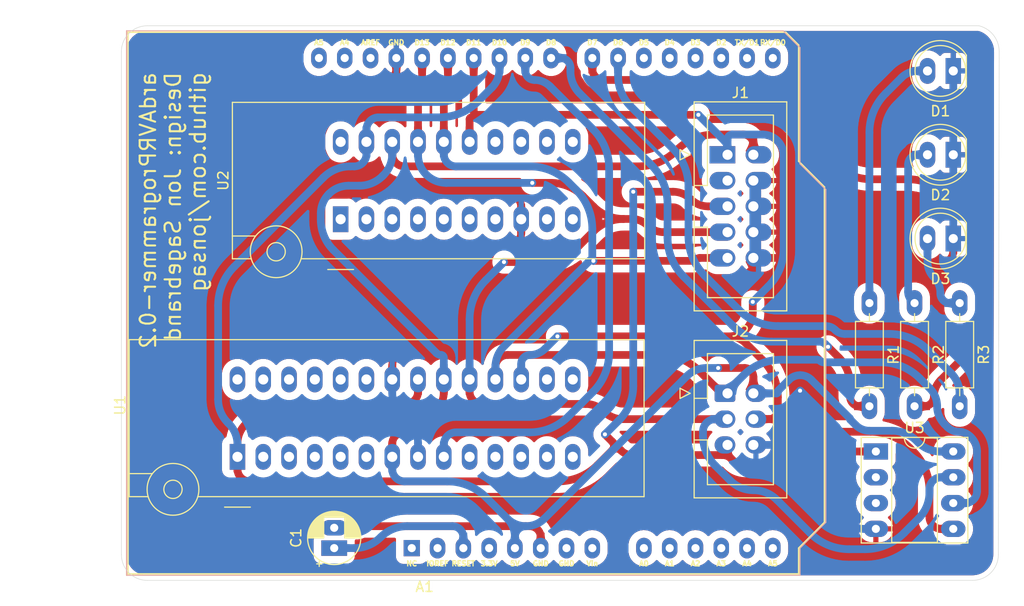
<source format=kicad_pcb>
(kicad_pcb (version 20211014) (generator pcbnew)
  (title_block (title "ardAVRProgrammer") (date "2022-09-09") (rev "0.2"))
  (layers (0 "F.Cu" signal) (31 "B.Cu" signal) (34 "B.Paste" user) (35 "F.Paste" user) (36 "B.SilkS" user "B.Silkscreen") (37 "F.SilkS" user "F.Silkscreen") (38 "B.Mask" user) (39 "F.Mask" user) (44 "Edge.Cuts" user))
  (net 0 "")
  (net 1 "GND")
  (net 2 "Net-(A1-Pad28)")
  (net 3 "Net-(A1-Pad27)")
  (net 4 "Net-(A1-Pad26)")
  (net 5 "Net-(A1-Pad25)")
  (net 6 "Net-(A1-Pad24)")
  (net 7 "Net-(A1-Pad23)")
  (net 8 "Net-(A1-Pad22)")
  (net 9 "Net-(A1-Pad6)")
  (net 10 "Net-(A1-Pad21)")
  (net 11 "+5V")
  (net 12 "Net-(A1-Pad3)")
  (net 13 "Net-(D1-Pad2)")
  (net 14 "Net-(D2-Pad2)")
  (net 15 "Net-(D3-Pad2)")
  (footprint "My_Arduino:Arduino_UNO_R3_shield_large" (layer "F.Cu") (at 152.4175 69.215)
    (fp_text reference "A1")
    (fp_text value "Arduino_UNO_R3")
  )
  (footprint "My_Misc:LED_D5.0mm_larger_pads" (layer "F.Cu") (at 170.185 70.485 180)
    (fp_text reference "D1")
    (fp_text value "LED" hide)
  )
  (footprint "My_Misc:LED_D5.0mm_larger_pads" (layer "F.Cu") (at 170.185 78.74 180)
    (fp_text reference "D2")
    (fp_text value "LED" hide)
  )
  (footprint "My_Misc:LED_D5.0mm_larger_pads" (layer "F.Cu") (at 170.185 86.995 180)
    (fp_text reference "D3")
    (fp_text value "LED" hide)
  )
  (footprint "My_Misc:IDC-Header_2x05_P2.54mm_Vertical_large" (layer "F.Cu") (at 147.955 78.74)
    (fp_text reference "J1")
    (fp_text value "2x5_ISP_header")
  )
  (footprint "My_Misc:IDC-Header_2x03_P2.54mm_Vertical large" (layer "F.Cu") (at 147.955 102.235)
    (fp_text reference "J2")
    (fp_text value "2x3_ISP_header")
  )
  (footprint "My_Misc:R_Axial_DIN0207_L6.3mm_D2.5mm_P10.16mm_Horizontal_larger_pads" (layer "F.Cu") (at 161.925 93.345 -90)
    (fp_text reference "R1")
    (fp_text value "330R" hide)
  )
  (footprint "My_Misc:R_Axial_DIN0207_L6.3mm_D2.5mm_P10.16mm_Horizontal_larger_pads" (layer "F.Cu") (at 166.37 93.345 -90)
    (fp_text reference "R2")
    (fp_text value "330R" hide)
  )
  (footprint "My_Misc:R_Axial_DIN0207_L6.3mm_D2.5mm_P10.16mm_Horizontal_larger_pads" (layer "F.Cu") (at 170.815 93.345 -90)
    (fp_text reference "R3")
    (fp_text value "330R" hide)
  )
  (footprint "My_Misc:ZIF_DIP_Socket-20_W4.3_W5.08_W7.62_W10.16_W10.9_3M_220-3342-00-0602J_large" (layer "F.Cu") (at 109.855 85.09 90)
    (fp_text reference "U2")
    (fp_text value "ATtiny2313-20M")
  )
  (footprint "My_Misc:CP_Radial_D5.0mm_P2.00mm_larger" (layer "F.Cu") (at 109.22 117.475 90)
    (fp_text reference "C1")
    (fp_text value "10u")
  )
  (footprint "My_Misc:DIP-8_W7.62mm_Socket_w_dip_packet_LongPads" (layer "F.Cu") (at 162.56 107.96)
    (fp_text reference "U3")
    (fp_text value "ATtiny85-20P" hide)
  )
  (footprint "My_Misc:ZIF_DIP_Socket-28_W6.9_W7.62_W7.62_W12.7_W13.5_large" (layer "F.Cu") (at 99.695 108.4875 90)
    (fp_text reference "U1")
    (fp_text value "ATmega328P-PU" hide)
  )
  (gr_line (start 90.805 66.04) (end 172.72 66.04) (layer "Edge.Cuts") (width 0.05))
  (gr_line (start 90.805 120.65) (end 172.085 120.65) (layer "Edge.Cuts") (width 0.05))
  (gr_arc (start 88.265 68.58) (mid 89.008949 66.783949) (end 90.805 66.04) (layer "Edge.Cuts") (width 0.05))
  (gr_line (start 88.265 118.11) (end 88.265 68.58) (layer "Edge.Cuts") (width 0.05))
  (gr_arc (start 90.805 120.65) (mid 89.008949 119.906051) (end 88.265 118.11) (layer "Edge.Cuts") (width 0.05))
  (gr_line (start 174.703172 69.215) (end 174.625 118.11) (layer "Edge.Cuts") (width 0.05))
  (gr_arc (start 172.72 66.04) (mid 174.148657 66.968745) (end 174.703172 68.58) (layer "Edge.Cuts") (width 0.05))
  (gr_arc (start 174.625 118.11) (mid 173.881051 119.906051) (end 172.085 120.65) (layer "Edge.Cuts") (width 0.05))
  (gr_line (start 174.703172 69.215) (end 174.703172 68.58) (layer "Edge.Cuts") (width 0.05))
  (gr_text "${TITLE}-${REVISION}\nDesign: Jon Sagebrand\ngithub.com/jonsag" (at 93.345 70.485 90) (layer "F.SilkS") (effects (font (size 1.524 1.524) (thickness 0.2032)) (justify left mirror)))
  (segment (start 149.49835 90.8933) (end 125.3111 90.8933) (width 0.762) (layer "F.Cu") (net 1))
  (segment (start 121.83235 91.556848) (end 115.78823 97.600969) (width 0.762) (layer "F.Cu") (net 1))
  (segment (start 125.3111 90.8933) (end 123.4343 90.8933) (width 0.762) (layer "F.Cu") (net 1))
  (segment (start 155.0944 101.9713) (end 155.0944 97.746663) (width 0.762) (layer "F.Cu") (net 1))
  (segment (start 114.935 99.66085) (end 114.935 100.8675) (width 0.762) (layer "F.Cu") (net 1))
  (segment (start 124.3727 89.480641) (end 124.3727 89.9549) (width 0.762) (layer "F.Cu") (net 1))
  (segment (start 151.199737 91.598037) (end 153.500607 93.898907) (width 0.762) (layer "F.Cu") (net 1))
  (segment (start 108.810083 75.269416) (end 111.774541 72.304958) (width 0.762) (layer "F.Cu") (net 1))
  (segment (start 110.223507 81.082907) (end 108.810083 79.669483) (width 0.762) (layer "F.Cu") (net 1))
  (segment (start 168.97835 89.4083) (end 154.284022 89.4083) (width 0.762) (layer "F.Cu") (net 1))
  (segment (start 114.071263 82.6767) (end 126.42835 82.6767) (width 0.762) (layer "F.Cu") (net 1))
  (segment (start 114.02135 71.3743) (end 114.25785 71.3743) (width 0.762) (layer "F.Cu") (net 1))
  (segment (start 126.583 87.5033) (end 126.350041 87.5033) (width 0.762) (layer "F.Cu") (net 1))
  (segment (start 127.635 83.88335) (end 127.635 86.29665) (width 0.762) (layer "F.Cu") (net 1))
  (segment (start 115.3375 70.29465) (end 115.3375 69.215) (width 0.762) (layer "F.Cu") (net 1))
  (segment (start 149.49835 90.8933) (end 150.495 89.89665) (width 0.762) (layer "F.Cu") (net 1))
  (segment (start 127.635 86.4513) (end 127.635 86.29665) (width 0.762) (layer "F.Cu") (net 1))
  (segment (start 170.185 88.20165) (end 170.185 86.995) (width 0.762) (layer "F.Cu") (net 1))
  (segment (start 153.056877 88.9) (end 151.49165 88.9) (width 0.762) (layer "F.Cu") (net 1))
  (via (at 155.0944 101.9713) (size 0.762) (drill 0.4) (layers "F.Cu" "B.Cu") (net 1))
  (arc (start 123.4343 90.8933) (mid 124.097849 90.618449) (end 124.3727 89.9549) (width 0.762) (layer "F.Cu") (net 1))
  (arc (start 153.67045 89.15415) (mid 153.38894 88.966051) (end 153.056877 88.9) (width 0.762) (layer "F.Cu") (net 1))
  (arc (start 123.4343 90.8933) (mid 122.567331 91.06575) (end 121.83235 91.556848) (width 0.762) (layer "F.Cu") (net 1))
  (arc (start 124.3727 89.9549) (mid 124.64755 90.618449) (end 125.3111 90.8933) (width 0.762) (layer "F.Cu") (net 1))
  (arc (start 153.500607 93.898907) (mid 154.680186 95.664272) (end 155.0944 97.746663) (width 0.762) (layer "F.Cu") (net 1))
  (arc (start 110.223507 81.082907) (mid 111.988872 82.262486) (end 114.071263 82.6767) (width 0.762) (layer "F.Cu") (net 1))
  (arc (start 108.810083 75.269416) (mid 108.135634 76.2788) (end 107.8988 77.46945) (width 0.762) (layer "F.Cu") (net 1))
  (arc (start 115.3375 70.29465) (mid 115.021277 71.058077) (end 114.25785 71.3743) (width 0.762) (layer "F.Cu") (net 1))
  (arc (start 127.635 86.4513) (mid 127.326876 87.195176) (end 126.583 87.5033) (width 0.762) (layer "F.Cu") (net 1))
  (arc (start 170.185 88.20165) (mid 169.83158 89.05488) (end 168.97835 89.4083) (width 0.762) (layer "F.Cu") (net 1))
  (arc (start 114.02135 71.3743) (mid 112.805385 71.61617) (end 111.774541 72.304958) (width 0.762) (layer "F.Cu") (net 1))
  (arc (start 126.350041 87.5033) (mid 125.593345 87.653816) (end 124.95185 88.08245) (width 0.762) (layer "F.Cu") (net 1))
  (arc (start 151.199737 91.598037) (mid 150.419134 91.076455) (end 149.49835 90.8933) (width 0.762) (layer "F.Cu") (net 1))
  (arc (start 124.95185 88.08245) (mid 124.523216 88.723945) (end 124.3727 89.480641) (width 0.762) (layer "F.Cu") (net 1))
  (arc (start 150.495 89.89665) (mid 150.678155 90.817434) (end 151.199737 91.598037) (width 0.762) (layer "F.Cu") (net 1))
  (arc (start 115.78823 97.600969) (mid 115.156747 98.54605) (end 114.935 99.66085) (width 0.762) (layer "F.Cu") (net 1))
  (arc (start 153.67045 89.15415) (mid 153.951959 89.342248) (end 154.284022 89.4083) (width 0.762) (layer "F.Cu") (net 1))
  (arc (start 151.49165 88.9) (mid 150.786912 89.191912) (end 150.495 89.89665) (width 0.762) (layer "F.Cu") (net 1))
  (arc (start 107.8988 77.46945) (mid 108.135634 78.660099) (end 108.810083 79.669483) (width 0.762) (layer "F.Cu") (net 1))
  (arc (start 127.635 83.88335) (mid 127.28158 83.030119) (end 126.42835 82.6767) (width 0.762) (layer "F.Cu") (net 1))
  (segment (start 114.935 102.178) (end 114.935 101.17905) (width 0.762) (layer "B.Cu") (net 1))
  (segment (start 150.495 82.55) (end 150.495 81.28) (width 0.762) (layer "B.Cu") (net 1))
  (segment (start 155.0944 103.583093) (end 155.0944 101.9713) (width 0.762) (layer "B.Cu") (net 1))
  (segment (start 170.185 76.396856) (end 170.185 70.485) (width 0.762) (layer "B.Cu") (net 1))
  (segment (start 150.495 87.63) (end 150.495 88.9) (width 0.762) (layer "B.Cu") (net 1))
  (segment (start 115.714797 104.060597) (end 116.532179 104.877979) (width 0.762) (layer "B.Cu") (net 1))
  (segment (start 161.38835 115.58) (end 162.56 115.58) (width 0.762) (layer "B.Cu") (net 1))
  (segment (start 114.935 100.97135) (end 114.935 100.8675) (width 0.762) (layer "B.Cu") (net 1))
  (segment (start 150.495 85.09) (end 150.495 87.63) (width 0.762) (layer "B.Cu") (net 1))
  (segment (start 170.185 81.083144) (end 170.185 86.995) (width 0.762) (layer "B.Cu") (net 1))
  (segment (start 150.495 82.55) (end 150.495 85.09) (width 0.762) (layer "B.Cu") (net 1))
  (segment (start 152.43 107.315) (end 150.495 107.315) (width 0.762) (layer "B.Cu") (net 1))
  (segment (start 159.388218 114.751518) (end 153.246509 108.609809) (width 0.762) (layer "B.Cu") (net 1))
  (segment (start 114.935 100.97135) (end 114.935 101.17905) (width 0.762) (layer "B.Cu") (net 1))
  (segment (start 170.185 76.396856) (end 170.185 81.083144) (width 0.762) (layer "B.Cu") (net 1))
  (segment (start 154.001349 106.221949) (end 153.246509 106.97679) (width 0.762) (layer "B.Cu") (net 1))
  (segment (start 117.475 107.15415) (end 117.475 108.4875) (width 0.762) (layer "B.Cu") (net 1))
  (arc (start 152.9083 107.7933) (mid 152.768209 107.45509) (end 152.43 107.315) (width 0.762) (layer "B.Cu") (net 1))
  (arc (start 152.43 107.315) (mid 152.871891 107.227102) (end 153.246509 106.97679) (width 0.762) (layer "B.Cu") (net 1))
  (arc (start 155.0944 103.583093) (mid 154.810325 105.011232) (end 154.001349 106.221949) (width 0.762) (layer "B.Cu") (net 1))
  (arc (start 153.246509 106.97679) (mid 152.996197 107.351408) (end 152.9083 107.7933) (width 0.762) (layer "B.Cu") (net 1))
  (arc (start 159.388218 114.751518) (mid 160.305886 115.364684) (end 161.38835 115.58) (width 0.762) (layer "B.Cu") (net 1))
  (arc (start 152.9083 107.7933) (mid 152.996197 108.235191) (end 153.246509 108.609809) (width 0.762) (layer "B.Cu") (net 1))
  (arc (start 114.935 102.178) (mid 115.137662 103.196854) (end 115.714797 104.060597) (width 0.762) (layer "B.Cu") (net 1))
  (arc (start 116.532179 104.877979) (mid 117.229968 105.922295) (end 117.475 107.15415) (width 0.762) (layer "B.Cu") (net 1))
  (segment (start 117.475 72.06141) (end 117.475 77.47) (width 0.762) (layer "F.Cu") (net 2))
  (segment (start 122.555 102.07415) (end 122.555 100.8675) (width 0.762) (layer "F.Cu") (net 2))
  (segment (start 133.72119 82.814553) (end 134.742936 83.83627) (width 0.762) (layer "F.Cu") (net 2))
  (segment (start 133.986341 103.2808) (end 123.76165 103.2808) (width 0.762) (layer "F.Cu") (net 2))
  (segment (start 138.518716 85.0622) (end 137.70265 85.0622) (width 0.762) (layer "F.Cu") (net 2))
  (segment (start 129.474036 89.3031) (end 125.9389 89.3031) (width 0.762) (layer "F.Cu") (net 2))
  (segment (start 141.651883 86.36) (end 147.955 86.36) (width 0.762) (layer "F.Cu") (net 2))
  (segment (start 117.8775 71.089689) (end 117.8775 69.215) (width 0.762) (layer "F.Cu") (net 2))
  (segment (start 130.57045 81.5095) (end 128.7248 81.5095) (width 0.762) (layer "F.Cu") (net 2))
  (segment (start 133.321792 87.709306) (end 134.742953 86.288146) (width 0.762) (layer "F.Cu") (net 2))
  (segment (start 137.593658 104.775) (end 147.955 104.775) (width 0.762) (layer "F.Cu") (net 2))
  (via (at 128.7248 81.5095) (size 0.762) (drill 0.4) (layers "F.Cu" "B.Cu") (net 2))
  (via (at 125.9389 89.3031) (size 0.762) (drill 0.4) (layers "F.Cu" "B.Cu") (net 2))
  (arc (start 117.8775 71.089689) (mid 117.825196 71.352635) (end 117.67625 71.57555) (width 0.762) (layer "F.Cu") (net 2))
  (arc (start 134.742953 86.288146) (mid 135.250749 85.062204) (end 134.742936 83.83627) (width 0.762) (layer "F.Cu") (net 2))
  (arc (start 135.79 104.0279) (mid 134.962474 103.474964) (end 133.986341 103.2808) (width 0.762) (layer "F.Cu") (net 2))
  (arc (start 140.0853 85.7111) (mid 140.804054 86.191356) (end 141.651883 86.36) (width 0.762) (layer "F.Cu") (net 2))
  (arc (start 133.321792 87.709306) (mid 131.556426 88.888886) (end 129.474036 89.3031) (width 0.762) (layer "F.Cu") (net 2))
  (arc (start 140.0853 85.7111) (mid 139.366545 85.230843) (end 138.518716 85.0622) (width 0.762) (layer "F.Cu") (net 2))
  (arc (start 117.67625 71.57555) (mid 117.527303 71.798464) (end 117.475 72.06141) (width 0.762) (layer "F.Cu") (net 2))
  (arc (start 134.742936 83.83627) (mid 136.100869 84.743591) (end 137.70265 85.0622) (width 0.762) (layer "F.Cu") (net 2))
  (arc (start 135.79 104.0279) (mid 136.617525 104.580835) (end 137.593658 104.775) (width 0.762) (layer "F.Cu") (net 2))
  (arc (start 137.70265 85.0622) (mid 136.100873 85.380812) (end 134.742953 86.288146) (width 0.762) (layer "F.Cu") (net 2))
  (arc (start 122.555 102.07415) (mid 122.908419 102.92738) (end 123.76165 103.2808) (width 0.762) (layer "F.Cu") (net 2))
  (arc (start 133.72119 82.814553) (mid 132.275613 81.848671) (end 130.57045 81.5095) (width 0.762) (layer "F.Cu") (net 2))
  (segment (start 145.5417 106.46085) (end 145.5417 105.98165) (width 0.762) (layer "B.Cu") (net 2))
  (segment (start 122.555 94.940963) (end 122.555 100.8675) (width 0.762) (layer "B.Cu") (net 2))
  (segment (start 161.485936 117.5824) (end 159.928663 117.5824) (width 0.762) (layer "B.Cu") (net 2))
  (segment (start 169.00835 110.5) (end 170.18 110.5) (width 0.762) (layer "B.Cu") (net 2))
  (segment (start 167.8367 111.67165) (end 167.8367 111.9928) (width 0.762) (layer "B.Cu") (net 2))
  (segment (start 117.475 78.733402) (end 117.475 77.47) (width 0.762) (layer "B.Cu") (net 2))
  (segment (start 148.21426 110.81926) (end 146.733775 109.338775) (width 0.762) (layer "B.Cu") (net 2))
  (segment (start 146.74835 104.775) (end 147.955 104.775) (width 0.762) (layer "B.Cu") (net 2))
  (segment (start 120.251097 81.5095) (end 128.7248 81.5095) (width 0.762) (layer "B.Cu") (net 2))
  (segment (start 125.9389 89.3031) (end 124.148792 91.093207) (width 0.762) (layer "B.Cu") (net 2))
  (segment (start 165.333692 115.988606) (end 166.78113 114.541169) (width 0.762) (layer "B.Cu") (net 2))
  (segment (start 156.080907 115.988607) (end 152.818839 112.726539) (width 0.762) (layer "B.Cu") (net 2))
  (arc (start 152.818839 112.726539) (mid 151.762539 112.020742) (end 150.51655 111.7729) (width 0.762) (layer "B.Cu") (net 2))
  (arc (start 124.148792 91.093207) (mid 122.969213 92.858572) (end 122.555 94.940963) (width 0.762) (layer "B.Cu") (net 2))
  (arc (start 117.475 78.733402) (mid 117.686317 79.795769) (end 118.2881 80.6964) (width 0.762) (layer "B.Cu") (net 2))
  (arc (start 165.333692 115.988606) (mid 163.568326 117.168186) (end 161.485936 117.5824) (width 0.762) (layer "B.Cu") (net 2))
  (arc (start 167.8367 111.9928) (mid 167.562366 113.371967) (end 166.78113 114.541169) (width 0.762) (layer "B.Cu") (net 2))
  (arc (start 145.5417 106.46085) (mid 145.85151 108.018372) (end 146.733775 109.338775) (width 0.762) (layer "B.Cu") (net 2))
  (arc (start 148.21426 110.81926) (mid 149.270559 111.525057) (end 150.51655 111.7729) (width 0.762) (layer "B.Cu") (net 2))
  (arc (start 169.00835 110.5) (mid 168.179868 110.843168) (end 167.8367 111.67165) (width 0.762) (layer "B.Cu") (net 2))
  (arc (start 118.2881 80.6964) (mid 119.18873 81.298182) (end 120.251097 81.5095) (width 0.762) (layer "B.Cu") (net 2))
  (arc (start 156.080907 115.988607) (mid 157.846272 117.168186) (end 159.928663 117.5824) (width 0.762) (layer "B.Cu") (net 2))
  (arc (start 146.74835 104.775) (mid 145.895119 105.128419) (end 145.5417 105.98165) (width 0.762) (layer "B.Cu") (net 2))
  (segment (start 145.186892 100.047992) (end 147.16845 102.02955) (width 0.762) (layer "F.Cu") (net 3))
  (segment (start 134.7434 89.1881) (end 144.541882 89.1881) (width 0.762) (layer "F.Cu") (net 3))
  (segment (start 145.237417 88.9) (end 147.955 88.9) (width 0.762) (layer "F.Cu") (net 3))
  (segment (start 125.095 99.66085) (end 125.095 100.8675) (width 0.762) (layer "F.Cu") (net 3))
  (segment (start 120.4175 71.089689) (end 120.4175 69.215) (width 0.762) (layer "F.Cu") (net 3))
  (segment (start 126.30165 98.4542) (end 141.339136 98.4542) (width 0.762) (layer "F.Cu") (net 3))
  (segment (start 120.015 72.06141) (end 120.015 77.47) (width 0.762) (layer "F.Cu") (net 3))
  (segment (start 147.66445 102.235) (end 147.955 102.235) (width 0.762) (layer "F.Cu") (net 3))
  (via (at 134.7434 89.1881) (size 0.762) (drill 0.4) (layers "F.Cu" "B.Cu") (net 3))
  (arc (start 120.21625 71.57555) (mid 120.067303 71.798464) (end 120.015 72.06141) (width 0.762) (layer "F.Cu") (net 3))
  (arc (start 126.30165 98.4542) (mid 125.448419 98.807619) (end 125.095 99.66085) (width 0.762) (layer "F.Cu") (net 3))
  (arc (start 145.186892 100.047992) (mid 143.421526 98.868413) (end 141.339136 98.4542) (width 0.762) (layer "F.Cu") (net 3))
  (arc (start 147.16845 102.02955) (mid 147.396016 102.181605) (end 147.66445 102.235) (width 0.762) (layer "F.Cu") (net 3))
  (arc (start 145.237417 88.9) (mid 145.049206 88.937437) (end 144.88965 89.04405) (width 0.762) (layer "F.Cu") (net 3))
  (arc (start 120.4175 71.089689) (mid 120.365196 71.352635) (end 120.21625 71.57555) (width 0.762) (layer "F.Cu") (net 3))
  (arc (start 144.88965 89.04405) (mid 144.730092 89.150662) (end 144.541882 89.1881) (width 0.762) (layer "F.Cu") (net 3))
  (segment (start 125.94823 97.600969) (end 134.406889 89.14231) (width 0.762) (layer "B.Cu") (net 3))
  (segment (start 120.015 78.67665) (end 120.015 77.47) (width 0.762) (layer "B.Cu") (net 3))
  (segment (start 153.247201 98.9227) (end 156.787182 98.9227) (width 0.762) (layer "B.Cu") (net 3))
  (segment (start 171.35165 113.04) (end 170.18 113.04) (width 0.762) (layer "B.Cu") (net 3))
  (segment (start 172.5233 107.95997) (end 172.5233 111.86835) (width 0.762) (layer "B.Cu") (net 3))
  (segment (start 163.056736 99.177) (end 157.401117 99.177) (width 0.762) (layer "B.Cu") (net 3))
  (segment (start 121.22165 79.8833) (end 128.480036 79.8833) (width 0.762) (layer "B.Cu") (net 3))
  (segment (start 125.095 99.66085) (end 125.095 100.8675) (width 0.762) (layer "B.Cu") (net 3))
  (segment (start 149.505049 100.472749) (end 148.030024 101.947775) (width 0.762) (layer "B.Cu") (net 3))
  (segment (start 166.904492 100.770792) (end 167.856967 101.723267) (width 0.762) (layer "B.Cu") (net 3))
  (segment (start 133.043607 82.192907) (end 132.327792 81.477092) (width 0.762) (layer "B.Cu") (net 3))
  (segment (start 134.55225 89.0821) (end 134.562446 89.0821) (width 0.762) (layer "B.Cu") (net 3))
  (segment (start 169.328032 105.274732) (end 169.604977 105.551677) (width 0.762) (layer "B.Cu") (net 3))
  (segment (start 147.955 102.1289) (end 147.955 102.235) (width 0.762) (layer "B.Cu") (net 3))
  (segment (start 171.9541 106.5858) (end 171.849822 106.481522) (width 0.762) (layer "B.Cu") (net 3))
  (segment (start 134.7434 89.1881) (end 134.6904 89.1351) (width 0.762) (layer "B.Cu") (net 3))
  (segment (start 134.6374 86.040663) (end 134.6374 89.007146) (width 0.762) (layer "B.Cu") (net 3))
  (arc (start 168.5925 103.499) (mid 168.783658 104.460019) (end 169.328032 105.274732) (width 0.762) (layer "B.Cu") (net 3))
  (arc (start 166.904492 100.770792) (mid 165.139126 99.591213) (end 163.056736 99.177) (width 0.762) (layer "B.Cu") (net 3))
  (arc (start 134.55225 89.0821) (mid 134.473581 89.097748) (end 134.406889 89.14231) (width 0.762) (layer "B.Cu") (net 3))
  (arc (start 134.6374 89.007146) (mid 134.651174 89.076394) (end 134.6904 89.1351) (width 0.762) (layer "B.Cu") (net 3))
  (arc (start 172.5233 111.86835) (mid 172.180131 112.696831) (end 171.35165 113.04) (width 0.762) (layer "B.Cu") (net 3))
  (arc (start 171.849822 106.481522) (mid 171.33485 106.137429) (end 170.7274 106.0166) (width 0.762) (layer "B.Cu") (net 3))
  (arc (start 134.6904 89.1351) (mid 134.631694 89.095874) (end 134.562446 89.0821) (width 0.762) (layer "B.Cu") (net 3))
  (arc (start 171.9541 106.5858) (mid 172.375369 107.216274) (end 172.5233 107.95997) (width 0.762) (layer "B.Cu") (net 3))
  (arc (start 120.015 78.67665) (mid 120.368419 79.52988) (end 121.22165 79.8833) (width 0.762) (layer "B.Cu") (net 3))
  (arc (start 167.856967 101.723267) (mid 168.401341 102.53798) (end 168.5925 103.499) (width 0.762) (layer "B.Cu") (net 3))
  (arc (start 125.94823 97.600969) (mid 125.316747 98.54605) (end 125.095 99.66085) (width 0.762) (layer "B.Cu") (net 3))
  (arc (start 134.562446 89.0821) (mid 134.615446 89.060146) (end 134.6374 89.007146) (width 0.762) (layer "B.Cu") (net 3))
  (arc (start 169.604977 105.551677) (mid 170.119949 105.89577) (end 170.7274 106.0166) (width 0.762) (layer "B.Cu") (net 3))
  (arc (start 148.030024 101.947775) (mid 147.974498 102.030876) (end 147.955 102.1289) (width 0.762) (layer "B.Cu") (net 3))
  (arc (start 132.327792 81.477092) (mid 130.562426 80.297513) (end 128.480036 79.8833) (width 0.762) (layer "B.Cu") (net 3))
  (arc (start 133.043607 82.192907) (mid 134.223186 83.958272) (end 134.6374 86.040663) (width 0.762) (layer "B.Cu") (net 3))
  (arc (start 153.247201 98.9227) (mid 151.221963 99.325544) (end 149.505049 100.472749) (width 0.762) (layer "B.Cu") (net 3))
  (arc (start 157.09415 99.04985) (mid 156.953312 98.955745) (end 156.787182 98.9227) (width 0.762) (layer "B.Cu") (net 3))
  (arc (start 157.09415 99.04985) (mid 157.234987 99.143954) (end 157.401117 99.177) (width 0.762) (layer "B.Cu") (net 3))
  (segment (start 123.04705 74.93175) (end 123.06475 74.91405) (width 0.762) (layer "F.Cu") (net 4))
  (segment (start 152.9083 102.6169) (end 152.9083 103.897056) (width 0.762) (layer "F.Cu") (net 4))
  (segment (start 162.053936 106.0166) (end 155.027843 106.0166) (width 0.762) (layer "F.Cu") (net 4))
  (segment (start 165.901692 107.610392) (end 166.242907 107.951607) (width 0.762) (layer "F.Cu") (net 4))
  (segment (start 152.030356 104.775) (end 150.495 104.775) (width 0.762) (layer "F.Cu") (net 4))
  (segment (start 122.9575 72.45395) (end 122.9575 74.440625) (width 0.762) (layer "F.Cu") (net 4))
  (segment (start 150.4388 94.289497) (end 150.4388 93.225) (width 0.762) (layer "F.Cu") (net 4))
  (segment (start 122.9575 70.29465) (end 122.9575 69.215) (width 0.762) (layer "F.Cu") (net 4))
  (segment (start 122.555 75.24025) (end 122.555 77.47) (width 0.762) (layer "F.Cu") (net 4))
  (segment (start 149.75545 97.30595) (end 151.382292 98.932792) (width 0.762) (layer "F.Cu") (net 4))
  (segment (start 122.73855 75.0567) (end 122.745394 75.0567) (width 0.762) (layer "F.Cu") (net 4))
  (segment (start 148.105697 96.6226) (end 131.2011 96.6226) (width 0.762) (layer "F.Cu") (net 4))
  (segment (start 123.323674 74.8068) (end 145.083 74.8068) (width 0.762) (layer "F.Cu") (net 4))
  (segment (start 122.9575 70.29465) (end 122.9575 72.45395) (width 0.762) (layer "F.Cu") (net 4))
  (segment (start 167.8367 114.40835) (end 167.8367 111.799363) (width 0.762) (layer "F.Cu") (net 4))
  (segment (start 169.00835 115.58) (end 170.18 115.58) (width 0.762) (layer "F.Cu") (net 4))
  (via (at 131.2011 96.6226) (size 0.762) (drill 0.4) (layers "F.Cu" "B.Cu") (net 4))
  (via (at 145.083 74.8068) (size 0.762) (drill 0.4) (layers "F.Cu" "B.Cu") (net 4))
  (via (at 150.4388 93.225) (size 0.762) (drill 0.4) (layers "F.Cu" "B.Cu") (net 4))
  (arc (start 165.901692 107.610392) (mid 164.136326 106.430813) (end 162.053936 106.0166) (width 0.762) (layer "F.Cu") (net 4))
  (arc (start 123.06475 74.69955) (mid 123.183545 74.778926) (end 123.323674 74.8068) (width 0.762) (layer "F.Cu") (net 4))
  (arc (start 167.8367 114.40835) (mid 168.179868 115.236831) (end 169.00835 115.58) (width 0.762) (layer "F.Cu") (net 4))
  (arc (start 122.73855 75.0567) (mid 122.60876 75.11046) (end 122.555 75.24025) (width 0.762) (layer "F.Cu") (net 4))
  (arc (start 153.5291 105.3958) (mid 154.216729 105.855259) (end 155.027843 106.0166) (width 0.762) (layer "F.Cu") (net 4))
  (arc (start 149.75545 97.30595) (mid 148.998536 96.800196) (end 148.105697 96.6226) (width 0.762) (layer "F.Cu") (net 4))
  (arc (start 149.75545 95.93925) (mid 149.472397 96.6226) (end 149.75545 97.30595) (width 0.762) (layer "F.Cu") (net 4))
  (arc (start 148.105697 96.6226) (mid 148.998536 96.445003) (end 149.75545 95.93925) (width 0.762) (layer "F.Cu") (net 4))
  (arc (start 123.06475 74.91405) (mid 123.116253 74.8068) (end 123.06475 74.69955) (width 0.762) (layer "F.Cu") (net 4))
  (arc (start 152.9083 103.897056) (mid 153.06964 104.70817) (end 153.5291 105.3958) (width 0.762) (layer "F.Cu") (net 4))
  (arc (start 166.242907 107.951607) (mid 167.422486 109.716972) (end 167.8367 111.799363) (width 0.762) (layer "F.Cu") (net 4))
  (arc (start 123.04705 74.93175) (mid 122.908649 75.024226) (end 122.745394 75.0567) (width 0.762) (layer "F.Cu") (net 4))
  (arc (start 123.323674 74.8068) (mid 123.183545 74.834673) (end 123.06475 74.91405) (width 0.762) (layer "F.Cu") (net 4))
  (arc (start 152.030356 104.775) (mid 152.651156 104.517856) (end 152.9083 103.897056) (width 0.762) (layer "F.Cu") (net 4))
  (arc (start 150.4388 94.289497) (mid 150.261203 95.182336) (end 149.75545 95.93925) (width 0.762) (layer "F.Cu") (net 4))
  (arc (start 151.382292 98.932792) (mid 152.511703 100.623075) (end 152.9083 102.6169) (width 0.762) (layer "F.Cu") (net 4))
  (arc (start 122.9575 74.440625) (mid 122.985373 74.580754) (end 123.06475 74.69955) (width 0.762) (layer "F.Cu") (net 4))
  (arc (start 153.5291 105.3958) (mid 152.84147 104.93634) (end 152.030356 104.775) (width 0.762) (layer "F.Cu") (net 4))
  (segment (start 151.9588 91.705) (end 150.4388 93.225) (width 0.762) (layer "B.Cu") (net 4))
  (segment (start 153.4788 88.035395) (end 153.4788 78.825785) (width 0.762) (layer "B.Cu") (net 4))
  (segment (start 127.635 99.32145) (end 127.635 100.8675) (width 0.762) (layer "B.Cu") (net 4))
  (segment (start 147.625452 77.349252) (end 145.083 74.8068) (width 0.762) (layer "B.Cu") (net 4))
  (segment (start 147.955 77.21275) (end 147.955 78.14485) (width 0.762) (layer "B.Cu") (net 4))
  (segment (start 148.42105 76.7467) (end 151.399714 76.7467) (width 0.762) (layer "B.Cu") (net 4))
  (segment (start 147.955 78.14485) (end 147.955 78.74) (width 0.762) (layer "B.Cu") (net 4))
  (segment (start 129.982738 97.840961) (end 131.2011 96.6226) (width 0.762) (layer "B.Cu") (net 4))
  (arc (start 152.86985 77.35565) (mid 153.320539 78.030153) (end 153.4788 78.825785) (width 0.762) (layer "B.Cu") (net 4))
  (arc (start 129.982738 97.840961) (mid 129.303484 98.294824) (end 128.50225 98.4542) (width 0.762) (layer "B.Cu") (net 4))
  (arc (start 153.4788 88.035395) (mid 153.083764 90.02137) (end 151.9588 91.705) (width 0.762) (layer "B.Cu") (net 4))
  (arc (start 147.955 78.14485) (mid 147.869353 77.714275) (end 147.625452 77.349252) (width 0.762) (layer "B.Cu") (net 4))
  (arc (start 148.42105 76.7467) (mid 148.091502 76.883202) (end 147.955 77.21275) (width 0.762) (layer "B.Cu") (net 4))
  (arc (start 152.86985 77.35565) (mid 152.195345 76.90496) (end 151.399714 76.7467) (width 0.762) (layer "B.Cu") (net 4))
  (arc (start 147.625452 77.349252) (mid 147.83583 77.391099) (end 147.955 77.21275) (width 0.762) (layer "B.Cu") (net 4))
  (arc (start 128.50225 98.4542) (mid 127.889011 98.708211) (end 127.635 99.32145) (width 0.762) (layer "B.Cu") (net 4))
  (segment (start 131.290736 110.9008) (end 100.90165 110.9008) (width 0.762) (layer "F.Cu") (net 5))
  (segment (start 138.6692 82.383) (end 142.580587 82.383) (width 0.762) (layer "F.Cu") (net 5))
  (segment (start 138.548639 108.3116) (end 147.4567 108.3116) (width 0.762) (layer "F.Cu") (net 5))
  (segment (start 154.064605 109.3537) (end 149.733975 109.3537) (width 0.762) (layer "F.Cu") (net 5))
  (segment (start 99.695 108.38365) (end 99.695 108.59135) (width 0.762) (layer "F.Cu") (net 5))
  (segment (start 148.47605 108.83265) (end 148.307351 108.663951) (width 0.762) (layer "F.Cu") (net 5))
  (segment (start 100.474797 105.294402) (end 101.0917 104.6775) (width 0.762) (layer "F.Cu") (net 5))
  (segment (start 104.463632 103.2808) (end 116.26835 103.2808) (width 0.762) (layer "F.Cu") (net 5))
  (segment (start 117.475 102.07415) (end 117.475 100.8675) (width 0.762) (layer "F.Cu") (net 5))
  (segment (start 99.695 108.59135) (end 99.695 109.69415) (width 0.762) (layer "F.Cu") (net 5))
  (segment (start 136.579899 107.865599) (end 135.138492 109.307007) (width 0.762) (layer "F.Cu") (net 5))
  (segment (start 147.955 107.8133) (end 147.955 107.315) (width 0.762) (layer "F.Cu") (net 5))
  (segment (start 99.695 108.17595) (end 99.695 107.177) (width 0.762) (layer "F.Cu") (net 5))
  (segment (start 99.695 108.17595) (end 99.695 108.38365) (width 0.762) (layer "F.Cu") (net 5))
  (segment (start 157.429294 107.96) (end 162.56 107.96) (width 0.762) (layer "F.Cu") (net 5))
  (segment (start 146.049812 83.82) (end 147.955 83.82) (width 0.762) (layer "F.Cu") (net 5))
  (segment (start 136.5799 106.9736) (end 135.8791 106.2728) (width 0.762) (layer "F.Cu") (net 5))
  (segment (start 136.5799 106.9736) (end 137.4719 107.8656) (width 0.762) (layer "F.Cu") (net 5))
  (via (at 135.8791 106.2728) (size 0.762) (drill 0.4) (layers "F.Cu" "B.Cu") (net 5))
  (via (at 138.6692 82.383) (size 0.762) (drill 0.4) (layers "F.Cu" "B.Cu") (net 5))
  (arc (start 137.4719 107.8656) (mid 137.025899 107.68086) (end 136.579899 107.865599) (width 0.762) (layer "F.Cu") (net 5))
  (arc (start 104.463632 103.2808) (mid 102.638755 103.64379) (end 101.0917 104.6775) (width 0.762) (layer "F.Cu") (net 5))
  (arc (start 117.475 102.07415) (mid 117.12158 102.92738) (end 116.26835 103.2808) (width 0.762) (layer "F.Cu") (net 5))
  (arc (start 99.695 109.69415) (mid 100.048419 110.54738) (end 100.90165 110.9008) (width 0.762) (layer "F.Cu") (net 5))
  (arc (start 137.4719 107.8656) (mid 137.965912 108.195688) (end 138.548639 108.3116) (width 0.762) (layer "F.Cu") (net 5))
  (arc (start 144.3152 83.1015) (mid 143.519352 82.569732) (end 142.580587 82.383) (width 0.762) (layer "F.Cu") (net 5))
  (arc (start 157.429294 107.96) (mid 156.518816 108.141105) (end 155.74695 108.65685) (width 0.762) (layer "F.Cu") (net 5))
  (arc (start 147.955 107.8133) (mid 148.046573 108.273669) (end 148.307351 108.663951) (width 0.762) (layer "F.Cu") (net 5))
  (arc (start 147.4567 108.3116) (mid 147.809051 108.165651) (end 147.955 107.8133) (width 0.762) (layer "F.Cu") (net 5))
  (arc (start 100.474797 105.294402) (mid 99.897662 106.158145) (end 99.695 107.177) (width 0.762) (layer "F.Cu") (net 5))
  (arc (start 148.307351 108.663951) (mid 147.917069 108.403173) (end 147.4567 108.3116) (width 0.762) (layer "F.Cu") (net 5))
  (arc (start 148.47605 108.83265) (mid 149.053191 109.218283) (end 149.733975 109.3537) (width 0.762) (layer "F.Cu") (net 5))
  (arc (start 144.3152 83.1015) (mid 145.111046 83.633267) (end 146.049812 83.82) (width 0.762) (layer "F.Cu") (net 5))
  (arc (start 135.138492 109.307007) (mid 133.373126 110.486586) (end 131.290736 110.9008) (width 0.762) (layer "F.Cu") (net 5))
  (arc (start 136.579899 107.865599) (mid 136.764638 107.419599) (end 136.5799 106.9736) (width 0.762) (layer "F.Cu") (net 5))
  (arc (start 155.74695 108.65685) (mid 154.975083 109.172594) (end 154.064605 109.3537) (width 0.762) (layer "F.Cu") (net 5))
  (segment (start 111.18835 79.8833) (end 110.8245 79.8833) (width 0.762) (layer "B.Cu") (net 5))
  (segment (start 99.695 107.28085) (end 99.695 108.4875) (width 0.762) (layer "B.Cu") (net 5))
  (segment (start 135.8791 106.2728) (end 137.27415 104.87775) (width 0.762) (layer "B.Cu") (net 5))
  (segment (start 138.6692 101.509801) (end 138.6692 82.383) (width 0.762) (layer "B.Cu") (net 5))
  (segment (start 124.734071 72.137727) (end 123.408892 73.462907) (width 0.762) (layer "B.Cu") (net 5))
  (segment (start 99.383392 89.753907) (end 108.143488 80.993811) (width 0.762) (layer "B.Cu") (net 5))
  (segment (start 112.395 76.26335) (end 112.395 78.67665) (width 0.762) (layer "B.Cu") (net 5))
  (segment (start 119.561136 75.0567) (end 113.60165 75.0567) (width 0.762) (layer "B.Cu") (net 5))
  (segment (start 97.7896 102.821478) (end 97.7896 93.601663) (width 0.762) (layer "B.Cu") (net 5))
  (segment (start 125.4975 70.29465) (end 125.4975 69.215) (width 0.762) (layer "B.Cu") (net 5))
  (segment (start 98.7423 105.1215) (end 98.841769 105.220969) (width 0.762) (layer "B.Cu") (net 5))
  (arc (start 125.4975 70.29465) (mid 125.299091 71.292116) (end 124.734071 72.137727) (width 0.762) (layer "B.Cu") (net 5))
  (arc (start 97.7896 102.821478) (mid 98.037198 104.066241) (end 98.7423 105.1215) (width 0.762) (layer "B.Cu") (net 5))
  (arc (start 112.395 78.67665) (mid 112.04158 79.52988) (end 111.18835 79.8833) (width 0.762) (layer "B.Cu") (net 5))
  (arc (start 123.408892 73.462907) (mid 121.643526 74.642486) (end 119.561136 75.0567) (width 0.762) (layer "B.Cu") (net 5))
  (arc (start 110.8245 79.8833) (mid 109.373546 80.171912) (end 108.143488 80.993811) (width 0.762) (layer "B.Cu") (net 5))
  (arc (start 113.60165 75.0567) (mid 112.748419 75.410119) (end 112.395 76.26335) (width 0.762) (layer "B.Cu") (net 5))
  (arc (start 98.841769 105.220969) (mid 99.473252 106.16605) (end 99.695 107.28085) (width 0.762) (layer "B.Cu") (net 5))
  (arc (start 99.383392 89.753907) (mid 98.203813 91.519272) (end 97.7896 93.601663) (width 0.762) (layer "B.Cu") (net 5))
  (arc (start 138.6692 101.509801) (mid 138.306638 103.332521) (end 137.27415 104.87775) (width 0.762) (layer "B.Cu") (net 5))
  (segment (start 128.0375 70.46865) (end 128.0375 69.215) (width 0.762) (layer "B.Cu") (net 6))
  (segment (start 128.465636 106.0742) (end 121.22165 106.0742) (width 0.762) (layer "B.Cu") (net 6))
  (segment (start 134.698607 76.224107) (end 130.489191 72.014691) (width 0.762) (layer "B.Cu") (net 6))
  (segment (start 132.313392 104.480407) (end 134.698607 102.095192) (width 0.762) (layer "B.Cu") (net 6))
  (segment (start 136.2924 98.247436) (end 136.2924 80.071863) (width 0.762) (layer "B.Cu") (net 6))
  (segment (start 120.015 107.28085) (end 120.015 108.4875) (width 0.762) (layer "B.Cu") (net 6))
  (arc (start 128.0375 70.46865) (mid 128.302758 71.109041) (end 128.94315 71.3743) (width 0.762) (layer "B.Cu") (net 6))
  (arc (start 132.313392 104.480407) (mid 130.548026 105.659986) (end 128.465636 106.0742) (width 0.762) (layer "B.Cu") (net 6))
  (arc (start 136.2924 98.247436) (mid 135.878186 100.329826) (end 134.698607 102.095192) (width 0.762) (layer "B.Cu") (net 6))
  (arc (start 130.489191 72.014691) (mid 129.779861 71.540732) (end 128.94315 71.3743) (width 0.762) (layer "B.Cu") (net 6))
  (arc (start 121.22165 106.0742) (mid 120.368419 106.427619) (end 120.015 107.28085) (width 0.762) (layer "B.Cu") (net 6))
  (arc (start 134.698607 76.224107) (mid 135.878186 77.989472) (end 136.2924 80.071863) (width 0.762) (layer "B.Cu") (net 6))
  (segment (start 160.97235 103.505) (end 161.925 103.505) (width 0.762) (layer "F.Cu") (net 7))
  (segment (start 158.9362 98.7362) (end 157.8527 97.6527) (width 0.762) (layer "F.Cu") (net 7))
  (segment (start 160.0197 101.352) (end 160.0197 102.55235) (width 0.762) (layer "F.Cu") (net 7))
  (via (at 157.8527 97.6527) (size 0.762) (drill 0.4) (layers "F.Cu" "B.Cu") (net 7))
  (arc (start 158.9362 98.7362) (mid 159.738107 99.936339) (end 160.0197 101.352) (width 0.762) (layer "F.Cu") (net 7))
  (arc (start 160.0197 102.55235) (mid 160.298724 103.225975) (end 160.97235 103.505) (width 0.762) (layer "F.Cu") (net 7))
  (segment (start 131.53015 69.215) (end 130.5775 69.215) (width 0.762) (layer "B.Cu") (net 7))
  (segment (start 156.98566 97.1448) (end 152.296763 97.1448) (width 0.762) (layer "B.Cu") (net 7))
  (segment (start 132.4828 70.16765) (end 132.4828 70.49825) (width 0.762) (layer "B.Cu") (net 7))
  (segment (start 148.449007 95.551007) (end 143.640892 90.742892) (width 0.762) (layer "B.Cu") (net 7))
  (segment (start 140.453307 79.752007) (end 133.390194 72.688894) (width 0.762) (layer "B.Cu") (net 7))
  (segment (start 142.0471 83.599763) (end 142.0471 86.895136) (width 0.762) (layer "B.Cu") (net 7))
  (segment (start 157.59875 97.39875) (end 157.8527 97.6527) (width 0.762) (layer "B.Cu") (net 7))
  (arc (start 148.449007 95.551007) (mid 150.214372 96.730586) (end 152.296763 97.1448) (width 0.762) (layer "B.Cu") (net 7))
  (arc (start 132.4828 70.16765) (mid 132.203775 69.494024) (end 131.53015 69.215) (width 0.762) (layer "B.Cu") (net 7))
  (arc (start 140.453307 79.752007) (mid 141.632886 81.517372) (end 142.0471 83.599763) (width 0.762) (layer "B.Cu") (net 7))
  (arc (start 132.4828 70.49825) (mid 132.718624 71.683818) (end 133.390194 72.688894) (width 0.762) (layer "B.Cu") (net 7))
  (arc (start 157.59875 97.39875) (mid 157.317462 97.210799) (end 156.98566 97.1448) (width 0.762) (layer "B.Cu") (net 7))
  (arc (start 142.0471 86.895136) (mid 142.461313 88.977526) (end 143.640892 90.742892) (width 0.762) (layer "B.Cu") (net 7))
  (segment (start 167.32265 103.505) (end 166.37 103.505) (width 0.762) (layer "F.Cu") (net 8))
  (segment (start 162.119363 81.1534) (end 165.741036 81.1534) (width 0.762) (layer "F.Cu") (net 8))
  (segment (start 134.6375 70.29465) (end 134.6375 69.215) (width 0.762) (layer "F.Cu") (net 8))
  (segment (start 158.271607 79.559607) (end 151.680092 72.968092) (width 0.762) (layer "F.Cu") (net 8))
  (segment (start 171.154307 84.312707) (end 169.588792 82.747192) (width 0.762) (layer "F.Cu") (net 8))
  (segment (start 172.7481 88.160463) (end 172.7481 94.872936) (width 0.762) (layer "F.Cu") (net 8))
  (segment (start 168.948925 100.926074) (end 171.154307 98.720692) (width 0.762) (layer "F.Cu") (net 8))
  (segment (start 135.71715 71.3743) (end 147.832336 71.3743) (width 0.762) (layer "F.Cu") (net 8))
  (arc (start 134.6375 70.29465) (mid 134.953722 71.058077) (end 135.71715 71.3743) (width 0.762) (layer "F.Cu") (net 8))
  (arc (start 171.154307 84.312707) (mid 172.333886 86.078072) (end 172.7481 88.160463) (width 0.762) (layer "F.Cu") (net 8))
  (arc (start 169.588792 82.747192) (mid 167.823426 81.567613) (end 165.741036 81.1534) (width 0.762) (layer "F.Cu") (net 8))
  (arc (start 151.680092 72.968092) (mid 149.914726 71.788513) (end 147.832336 71.3743) (width 0.762) (layer "F.Cu") (net 8))
  (arc (start 168.948925 100.926074) (mid 168.450369 101.672215) (end 168.2753 102.55235) (width 0.762) (layer "F.Cu") (net 8))
  (arc (start 158.271607 79.559607) (mid 160.036972 80.739186) (end 162.119363 81.1534) (width 0.762) (layer "F.Cu") (net 8))
  (arc (start 168.2753 102.55235) (mid 167.996275 103.225975) (end 167.32265 103.505) (width 0.762) (layer "F.Cu") (net 8))
  (arc (start 172.7481 94.872936) (mid 172.333886 96.955326) (end 171.154307 98.720692) (width 0.762) (layer "F.Cu") (net 8))
  (segment (start 111.520657 115.475) (end 109.22 115.475) (width 0.762) (layer "F.Cu") (net 9))
  (segment (start 129.5575 116.39535) (end 129.5575 117.475) (width 0.762) (layer "F.Cu") (net 9))
  (segment (start 128.47785 115.3157) (end 111.905242 115.3157) (width 0.762) (layer "F.Cu") (net 9))
  (arc (start 111.905242 115.3157) (mid 111.801174 115.3364) (end 111.71295 115.39535) (width 0.762) (layer "F.Cu") (net 9))
  (arc (start 111.71295 115.39535) (mid 111.624725 115.454299) (end 111.520657 115.475) (width 0.762) (layer "F.Cu") (net 9))
  (arc (start 129.5575 116.39535) (mid 129.241277 115.631922) (end 128.47785 115.3157) (width 0.762) (layer "F.Cu") (net 9))
  (segment (start 169.961769 100.238469) (end 167.699792 97.976492) (width 0.762) (layer "B.Cu") (net 10))
  (segment (start 159.495955 96.3827) (end 163.852036 96.3827) (width 0.762) (layer "B.Cu") (net 10))
  (segment (start 137.1775 70.97465) (end 137.1775 69.215) (width 0.762) (layer "B.Cu") (net 10))
  (segment (start 142.516607 78.073407) (end 138.42176 73.97856) (width 0.762) (layer "B.Cu") (net 10))
  (segment (start 144.1104 86.798336) (end 144.1104 81.921163) (width 0.762) (layer "B.Cu") (net 10))
  (segment (start 145.704192 90.646092) (end 149.076607 94.018507) (width 0.762) (layer "B.Cu") (net 10))
  (segment (start 152.924363 95.6123) (end 157.636044 95.6123) (width 0.762) (layer "B.Cu") (net 10))
  (segment (start 170.815 102.29835) (end 170.815 103.505) (width 0.762) (layer "B.Cu") (net 10))
  (arc (start 158.566 95.9975) (mid 158.139332 95.71241) (end 157.636044 95.6123) (width 0.762) (layer "B.Cu") (net 10))
  (arc (start 144.1104 86.798336) (mid 144.524613 88.880726) (end 145.704192 90.646092) (width 0.762) (layer "B.Cu") (net 10))
  (arc (start 149.076607 94.018507) (mid 150.841972 95.198086) (end 152.924363 95.6123) (width 0.762) (layer "B.Cu") (net 10))
  (arc (start 169.961769 100.238469) (mid 170.593252 101.18355) (end 170.815 102.29835) (width 0.762) (layer "B.Cu") (net 10))
  (arc (start 142.516607 78.073407) (mid 143.696186 79.838772) (end 144.1104 81.921163) (width 0.762) (layer "B.Cu") (net 10))
  (arc (start 167.699792 97.976492) (mid 165.934426 96.796913) (end 163.852036 96.3827) (width 0.762) (layer "B.Cu") (net 10))
  (arc (start 137.1775 70.97465) (mid 137.500872 72.600354) (end 138.42176 73.97856) (width 0.762) (layer "B.Cu") (net 10))
  (arc (start 158.566 95.9975) (mid 158.992666 96.282589) (end 159.495955 96.3827) (width 0.762) (layer "B.Cu") (net 10))
  (segment (start 114.935 107.2175) (end 114.935 108.4875) (width 0.762) (layer "F.Cu") (net 11))
  (segment (start 120.015 102.07415) (end 120.015 100.8675) (width 0.762) (layer "F.Cu") (net 11))
  (segment (start 146.706711 76.7467) (end 149.49835 76.7467) (width 0.762) (layer "F.Cu") (net 11))
  (segment (start 119.161769 104.13403) (end 118.030035 105.265764) (width 0.762) (layer "F.Cu") (net 11))
  (segment (start 139.134288 79.8833) (end 116.14165 79.8833) (width 0.762) (layer "F.Cu") (net 11))
  (segment (start 150.495 100.598081) (end 150.495 102.235) (width 0.762) (layer "F.Cu") (net 11))
  (segment (start 114.935 78.67665) (end 114.935 77.47) (width 0.762) (layer "F.Cu") (net 11))
  (segment (start 150.495 77.74335) (end 150.495 78.74) (width 0.762) (layer "F.Cu") (net 11))
  (segment (start 149.634618 99.7377) (end 147.0323 99.7377) (width 0.762) (layer "F.Cu") (net 11))
  (via (at 147.0323 99.7377) (size 0.762) (drill 0.4) (layers "F.Cu" "B.Cu") (net 11))
  (arc (start 142.9205 78.315) (mid 141.183371 79.475712) (end 139.134288 79.8833) (width 0.762) (layer "F.Cu") (net 11))
  (arc (start 118.030035 105.265764) (mid 117.134571 105.864094) (end 116.0783 106.0742) (width 0.762) (layer "F.Cu") (net 11))
  (arc (start 150.495 77.74335) (mid 150.203087 77.038612) (end 149.49835 76.7467) (width 0.762) (layer "F.Cu") (net 11))
  (arc (start 150.243 99.9897) (mid 149.963872 99.803192) (end 149.634618 99.7377) (width 0.762) (layer "F.Cu") (net 11))
  (arc (start 150.243 99.9897) (mid 150.429507 100.268827) (end 150.495 100.598081) (width 0.762) (layer "F.Cu") (net 11))
  (arc (start 146.706711 76.7467) (mid 144.657628 77.154287) (end 142.9205 78.315) (width 0.762) (layer "F.Cu") (net 11))
  (arc (start 116.0783 106.0742) (mid 115.269864 106.409064) (end 114.935 107.2175) (width 0.762) (layer "F.Cu") (net 11))
  (arc (start 114.935 78.67665) (mid 115.288419 79.52988) (end 116.14165 79.8833) (width 0.762) (layer "F.Cu") (net 11))
  (arc (start 120.015 102.07415) (mid 119.793252 103.188949) (end 119.161769 104.13403) (width 0.762) (layer "F.Cu") (net 11))
  (segment (start 124.196392 112.494592) (end 126.256052 114.554252) (width 0.762) (layer "B.Cu") (net 11))
  (segment (start 159.990036 104.688636) (end 156.202857 100.901457) (width 0.762) (layer "B.Cu") (net 11))
  (segment (start 107.9015 85.1344) (end 107.9015 84.525416) (width 0.762) (layer "B.Cu") (net 11))
  (segment (start 127.0175 116.39255) (end 127.0175 117.475) (width 0.762) (layer "B.Cu") (net 11))
  (segment (start 120.015 98.7225) (end 120.015 100.8675) (width 0.762) (layer "B.Cu") (net 11))
  (segment (start 111.683644 81.7879) (end 110.639016 81.7879) (width 0.762) (layer "B.Cu") (net 11))
  (segment (start 152.990783 101.919215) (end 154.008542 100.901457) (width 0.762) (layer "B.Cu") (net 11))
  (segment (start 147.0323 99.7377) (end 145.89075 99.7377) (width 0.762) (layer "B.Cu") (net 11))
  (segment (start 152.79165 102.235) (end 150.495 102.235) (width 0.762) (layer "B.Cu") (net 11))
  (segment (start 129.932647 114.554252) (end 143.942002 100.544897) (width 0.762) (layer "B.Cu") (net 11))
  (segment (start 114.935 78.67665) (end 114.935 77.47) (width 0.762) (layer "B.Cu") (net 11))
  (segment (start 160.57775 105.36025) (end 160.049363 104.831863) (width 0.762) (layer "B.Cu") (net 11))
  (segment (start 168.90045 107.96) (end 170.18 107.96) (width 0.762) (layer "B.Cu") (net 11))
  (segment (start 109.133916 88.109716) (end 119.288683 98.264483) (width 0.762) (layer "B.Cu") (net 11))
  (segment (start 166.716121 107.055221) (end 166.60005 106.93915) (width 0.762) (layer "B.Cu") (net 11))
  (segment (start 116.14165 110.9008) (end 120.348636 110.9008) (width 0.762) (layer "B.Cu") (net 11))
  (segment (start 114.935 109.69415) (end 114.935 108.4875) (width 0.762) (layer "B.Cu") (net 11))
  (segment (start 114.081769 80.73653) (end 113.9827 80.8356) (width 0.762) (layer "B.Cu") (net 11))
  (segment (start 161.925001 105.9183) (end 164.1355 105.9183) (width 0.762) (layer "B.Cu") (net 11))
  (arc (start 156.202857 100.901457) (mid 155.699477 100.565109) (end 155.1057 100.447) (width 0.762) (layer "B.Cu") (net 11))
  (arc (start 152.9083 102.11835) (mid 152.874134 102.200834) (end 152.79165 102.235) (width 0.762) (layer "B.Cu") (net 11))
  (arc (start 159.990036 104.688636) (mid 160.01199 104.721493) (end 160.0197 104.76025) (width 0.762) (layer "B.Cu") (net 11))
  (arc (start 120.015 98.7225) (mid 119.936416 98.532783) (end 119.7467 98.4542) (width 0.762) (layer "B.Cu") (net 11))
  (arc (start 114.935 78.67665) (mid 114.713252 79.791449) (end 114.081769 80.73653) (width 0.762) (layer "B.Cu") (net 11))
  (arc (start 160.0197 104.76025) (mid 160.027409 104.799006) (end 160.049363 104.831863) (width 0.762) (layer "B.Cu") (net 11))
  (arc (start 110.639016 81.7879) (mid 109.591414 81.996281) (end 108.7033 82.5897) (width 0.762) (layer "B.Cu") (net 11))
  (arc (start 160.57775 105.36025) (mid 161.195874 105.773267) (end 161.925001 105.9183) (width 0.762) (layer "B.Cu") (net 11))
  (arc (start 114.935 109.69415) (mid 115.288419 110.54738) (end 116.14165 110.9008) (width 0.762) (layer "B.Cu") (net 11))
  (arc (start 113.9827 80.8356) (mid 112.927884 81.540405) (end 111.683644 81.7879) (width 0.762) (layer "B.Cu") (net 11))
  (arc (start 145.89075 99.7377) (mid 144.836095 99.947483) (end 143.942002 100.544897) (width 0.762) (layer "B.Cu") (net 11))
  (arc (start 155.1057 100.447) (mid 154.511922 100.565109) (end 154.008542 100.901457) (width 0.762) (layer "B.Cu") (net 11))
  (arc (start 128.09435 115.3157) (mid 127.332902 115.631102) (end 127.0175 116.39255) (width 0.762) (layer "B.Cu") (net 11))
  (arc (start 126.256052 114.554252) (mid 127.09947 115.117806) (end 128.09435 115.3157) (width 0.762) (layer "B.Cu") (net 11))
  (arc (start 152.990783 101.919215) (mid 152.929736 102.010579) (end 152.9083 102.11835) (width 0.762) (layer "B.Cu") (net 11))
  (arc (start 107.9015 85.1344) (mid 108.221794 86.744629) (end 109.133916 88.109716) (width 0.762) (layer "B.Cu") (net 11))
  (arc (start 124.196392 112.494592) (mid 122.431026 111.315013) (end 120.348636 110.9008) (width 0.762) (layer "B.Cu") (net 11))
  (arc (start 108.7033 82.5897) (mid 108.109881 83.477814) (end 107.9015 84.525416) (width 0.762) (layer "B.Cu") (net 11))
  (arc (start 127.0175 116.39255) (mid 126.819606 115.39767) (end 126.256052 114.554252) (width 0.762) (layer "B.Cu") (net 11))
  (arc (start 129.932647 114.554252) (mid 129.089229 115.117806) (end 128.09435 115.3157) (width 0.762) (layer "B.Cu") (net 11))
  (arc (start 166.60005 106.93915) (mid 165.469304 106.18361) (end 164.1355 105.9183) (width 0.762) (layer "B.Cu") (net 11))
  (arc (start 166.716121 107.055221) (mid 167.718299 107.724855) (end 168.90045 107.96) (width 0.762) (layer "B.Cu") (net 11))
  (arc (start 119.288683 98.264483) (mid 119.498823 98.404894) (end 119.7467 98.4542) (width 0.762) (layer "B.Cu") (net 11))
  (segment (start 111.195044 117.475) (end 109.22 117.475) (width 0.762) (layer "B.Cu") (net 12))
  (segment (start 121.9375 116.39535) (end 121.9375 117.475) (width 0.762) (layer "B.Cu") (net 12))
  (segment (start 120.85785 115.3157) (end 116.408055 115.3157) (width 0.762) (layer "B.Cu") (net 12))
  (arc (start 113.80155 116.39535) (mid 112.605674 117.194408) (end 111.195044 117.475) (width 0.762) (layer "B.Cu") (net 12))
  (arc (start 116.408055 115.3157) (mid 114.997424 115.596291) (end 113.80155 116.39535) (width 0.762) (layer "B.Cu") (net 12))
  (arc (start 121.9375 116.39535) (mid 121.621277 115.631922) (end 120.85785 115.3157) (width 0.762) (layer "B.Cu") (net 12))
  (segment (start 165.066074 71.158625) (end 163.518792 72.705907) (width 0.762) (layer "B.Cu") (net 13))
  (segment (start 166.69235 70.485) (end 167.645 70.485) (width 0.762) (layer "B.Cu") (net 13))
  (segment (start 161.925 76.553663) (end 161.925 93.345) (width 0.762) (layer "B.Cu") (net 13))
  (arc (start 166.69235 70.485) (mid 165.812215 70.660069) (end 165.066074 71.158625) (width 0.762) (layer "B.Cu") (net 13))
  (arc (start 163.518792 72.705907) (mid 162.339213 74.471272) (end 161.925 76.553663) (width 0.762) (layer "B.Cu") (net 13))
  (segment (start 166.69235 78.74) (end 167.645 78.74) (width 0.762) (layer "B.Cu") (net 14))
  (segment (start 165.7397 92.26901) (end 165.7397 79.69265) (width 0.762) (layer "B.Cu") (net 14))
  (segment (start 166.05485 93.02985) (end 166.37 93.345) (width 0.762) (layer "B.Cu") (net 14))
  (arc (start 165.7397 92.26901) (mid 165.821604 92.680773) (end 166.05485 93.02985) (width 0.762) (layer "B.Cu") (net 14))
  (arc (start 166.69235 78.74) (mid 166.018724 79.019024) (end 165.7397 79.69265) (width 0.762) (layer "B.Cu") (net 14))
  (segment (start 167.645 89.280722) (end 167.645 86.995) (width 0.762) (layer "B.Cu") (net 15))
  (segment (start 169.86235 93.345) (end 170.815 93.345) (width 0.762) (layer "B.Cu") (net 15))
  (segment (start 168.9097 92.333977) (end 168.9097 92.39235) (width 0.762) (layer "B.Cu") (net 15))
  (arc (start 168.9097 92.39235) (mid 169.188724 93.065975) (end 169.86235 93.345) (width 0.762) (layer "B.Cu") (net 15))
  (arc (start 168.27735 90.80735) (mid 168.745357 91.507772) (end 168.9097 92.333977) (width 0.762) (layer "B.Cu") (net 15))
  (arc (start 167.645 89.280722) (mid 167.809342 90.106927) (end 168.27735 90.80735) (width 0.762) (layer "B.Cu") (net 15))
  (zone (net 8) (net_name "Net-(A1-Pad22)") (layer "F.Cu") (priority 16962) (connect_pads yes (clearance 0)) (min_thickness 0.0254) (fill yes (thermal_gap 0.508) (thermal_bridge_width 0.508))
    (polygon (pts (xy 135.0185 70.737) (xy 135.021252 70.566387) (xy 135.02964 70.419876) (xy 135.043861 70.292729) (xy 135.064112 70.180212) (xy 135.090591 70.077589) (xy 135.123494 69.980125) (xy 135.16302 69.883084) (xy 135.209364 69.781731) (xy 135.262725 69.671331) (xy 135.3233 69.547148) (xy 134.6375 68.834) (xy 133.9517 69.547148) (xy 134.012274 69.671331) (xy 134.065635 69.781731) (xy 134.111979 69.883084) (xy 134.151505 69.980125) (xy 134.184408 70.077589) (xy 134.210887 70.180212) (xy 134.231138 70.292729) (xy 134.245359 70.419876) (xy 134.253747 70.566387) (xy 134.2565 70.737)))
  )
  (zone (net 4) (net_name "Net-(A1-Pad26)") (layer "F.Cu") (priority 16962) (connect_pads yes (clearance 0)) (min_thickness 0.0254) (fill yes (thermal_gap 0.508) (thermal_bridge_width 0.508))
    (polygon (pts (xy 122.174 75.948) (xy 122.171247 76.118612) (xy 122.162859 76.265123) (xy 122.148638 76.39227) (xy 122.128387 76.504787) (xy 122.101908 76.60741) (xy 122.069005 76.704874) (xy 122.029479 76.801915) (xy 121.983135 76.903268) (xy 121.929774 77.013668) (xy 121.8692 77.137852) (xy 122.555 77.851) (xy 123.2408 77.137852) (xy 123.180225 77.013668) (xy 123.126864 76.903268) (xy 123.08052 76.801915) (xy 123.040994 76.704874) (xy 123.008091 76.60741) (xy 122.981612 76.504787) (xy 122.961361 76.39227) (xy 122.94714 76.265123) (xy 122.938752 76.118612) (xy 122.936 75.948)))
  )
  (zone (net 11) (net_name "+5V") (layer "F.Cu") (priority 16962) (connect_pads yes (clearance 0)) (min_thickness 0.0254) (fill yes (thermal_gap 0.508) (thermal_bridge_width 0.508))
    (polygon (pts (xy 150.114 100.545) (xy 150.109869 100.735244) (xy 150.097605 100.897472) (xy 150.077403 101.037333) (xy 150.049456 101.160474) (xy 150.013959 101.272543) (xy 149.971105 101.379188) (xy 149.921088 101.486057) (xy 149.864102 101.5988) (xy 149.800341 101.723062) (xy 149.73 101.864494) (xy 150.495 102.66) (xy 151.26 101.864494) (xy 151.189658 101.723062) (xy 151.125897 101.5988) (xy 151.068911 101.486057) (xy 151.018894 101.379188) (xy 150.97604 101.272543) (xy 150.940543 101.160474) (xy 150.912596 101.037333) (xy 150.892394 100.897472) (xy 150.88013 100.735244) (xy 150.876 100.545)))
  )
  (zone (net 4) (net_name "Net-(A1-Pad26)") (layer "F.Cu") (priority 16962) (connect_pads yes (clearance 0)) (min_thickness 0.0254) (fill yes (thermal_gap 0.508) (thermal_bridge_width 0.508))
    (polygon (pts (xy 123.3385 70.737) (xy 123.341252 70.566387) (xy 123.34964 70.419876) (xy 123.363861 70.292729) (xy 123.384112 70.180212) (xy 123.410591 70.077589) (xy 123.443494 69.980125) (xy 123.48302 69.883084) (xy 123.529364 69.781731) (xy 123.582725 69.671331) (xy 123.6433 69.547148) (xy 122.9575 68.834) (xy 122.2717 69.547148) (xy 122.332274 69.671331) (xy 122.385635 69.781731) (xy 122.431979 69.883084) (xy 122.471505 69.980125) (xy 122.504408 70.077589) (xy 122.530887 70.180212) (xy 122.551138 70.292729) (xy 122.565359 70.419876) (xy 122.573747 70.566387) (xy 122.5765 70.737)))
  )
  (zone (net 3) (net_name "Net-(A1-Pad27)") (layer "F.Cu") (priority 16962) (connect_pads yes (clearance 0)) (min_thickness 0.0254) (fill yes (thermal_gap 0.508) (thermal_bridge_width 0.508))
    (polygon (pts (xy 146.263036 101.662951) (xy 146.41869 101.820906) (xy 146.549462 101.957922) (xy 146.660802 102.078465) (xy 146.758162 102.186999) (xy 146.846991 102.287988) (xy 146.93274 102.385898) (xy 147.020861 102.485194) (xy 147.116804 102.590339) (xy 147.22602 102.705799) (xy 147.35396 102.83604) (xy 148.362892 102.354369) (xy 147.814273 101.396731) (xy 147.693071 101.416375) (xy 147.582018 101.431256) (xy 147.478973 101.43925) (xy 147.381792 101.438236) (xy 147.288332 101.426092) (xy 147.196451 101.400695) (xy 147.104005 101.359923) (xy 147.008851 101.301654) (xy 146.908848 101.223765) (xy 146.801851 101.124136)))
  )
  (zone (net 5) (net_name "Net-(A1-Pad25)") (layer "F.Cu") (priority 16962) (connect_pads yes (clearance 0)) (min_thickness 0.0254) (fill yes (thermal_gap 0.508) (thermal_bridge_width 0.508))
    (polygon (pts (xy 117.856 102.3895) (xy 117.858752 102.218887) (xy 117.86714 102.072376) (xy 117.881361 101.945229) (xy 117.901612 101.832712) (xy 117.928091 101.730089) (xy 117.960994 101.632625) (xy 118.00052 101.535584) (xy 118.046864 101.434231) (xy 118.100225 101.323831) (xy 118.1608 101.199648) (xy 117.475 100.4865) (xy 116.7892 101.199648) (xy 116.849774 101.323831) (xy 116.903135 101.434231) (xy 116.949479 101.535584) (xy 116.989005 101.632625) (xy 117.021908 101.730089) (xy 117.048387 101.832712) (xy 117.068638 101.945229) (xy 117.082859 102.072376) (xy 117.091247 102.218887) (xy 117.094 102.3895)))
  )
  (zone (net 1) (net_name "GND") (layer "F.Cu") (priority 16962) (connect_pads yes (clearance 0)) (min_thickness 0.0254) (fill yes (thermal_gap 0.508) (thermal_bridge_width 0.508))
    (polygon (pts (xy 150.876 90.59) (xy 150.88013 90.399755) (xy 150.892394 90.237527) (xy 150.912596 90.097666) (xy 150.940543 89.974525) (xy 150.97604 89.862456) (xy 151.018894 89.755811) (xy 151.068911 89.648942) (xy 151.125897 89.536199) (xy 151.189658 89.411937) (xy 151.26 89.270506) (xy 150.495 88.475) (xy 149.73 89.270506) (xy 149.800341 89.411937) (xy 149.864102 89.536199) (xy 149.921088 89.648942) (xy 149.971105 89.755811) (xy 150.013959 89.862456) (xy 150.049456 89.974525) (xy 150.077403 90.097666) (xy 150.097605 90.237527) (xy 150.109869 90.399755) (xy 150.114 90.59)))
  )
  (zone (net 1) (net_name "GND") (layer "F.Cu") (priority 16962) (connect_pads yes (clearance 0)) (min_thickness 0.0254) (fill yes (thermal_gap 0.508) (thermal_bridge_width 0.508))
    (polygon (pts (xy 115.7185 70.737) (xy 115.721252 70.566387) (xy 115.72964 70.419876) (xy 115.743861 70.292729) (xy 115.764112 70.180212) (xy 115.790591 70.077589) (xy 115.823494 69.980125) (xy 115.86302 69.883084) (xy 115.909364 69.781731) (xy 115.962725 69.671331) (xy 116.0233 69.547148) (xy 115.3375 68.834) (xy 114.6517 69.547148) (xy 114.712274 69.671331) (xy 114.765635 69.781731) (xy 114.811979 69.883084) (xy 114.851505 69.980125) (xy 114.884408 70.077589) (xy 114.910887 70.180212) (xy 114.931138 70.292729) (xy 114.945359 70.419876) (xy 114.953747 70.566387) (xy 114.9565 70.737)))
  )
  (zone (net 3) (net_name "Net-(A1-Pad27)") (layer "F.Cu") (priority 16962) (connect_pads yes (clearance 0)) (min_thickness 0.0254) (fill yes (thermal_gap 0.508) (thermal_bridge_width 0.508))
    (polygon (pts (xy 124.714 99.3455) (xy 124.711247 99.516112) (xy 124.702859 99.662623) (xy 124.688638 99.78977) (xy 124.668387 99.902287) (xy 124.641908 100.00491) (xy 124.609005 100.102374) (xy 124.569479 100.199415) (xy 124.523135 100.300768) (xy 124.469774 100.411168) (xy 124.4092 100.535352) (xy 125.095 101.2485) (xy 125.7808 100.535352) (xy 125.720225 100.411168) (xy 125.666864 100.300768) (xy 125.62052 100.199415) (xy 125.580994 100.102374) (xy 125.548091 100.00491) (xy 125.521612 99.902287) (xy 125.501361 99.78977) (xy 125.48714 99.662623) (xy 125.478752 99.516112) (xy 125.476 99.3455)))
  )
  (zone (net 11) (net_name "+5V") (layer "F.Cu") (priority 16962) (connect_pads yes (clearance 0)) (min_thickness 0.0254) (fill yes (thermal_gap 0.508) (thermal_bridge_width 0.508))
    (polygon (pts (xy 150.114 77.05) (xy 150.109869 77.240244) (xy 150.097605 77.402472) (xy 150.077403 77.542333) (xy 150.049456 77.665474) (xy 150.013959 77.777543) (xy 149.971105 77.884188) (xy 149.921088 77.991057) (xy 149.864102 78.1038) (xy 149.800341 78.228062) (xy 149.73 78.369494) (xy 150.495 79.165) (xy 151.26 78.369494) (xy 151.189658 78.228062) (xy 151.125897 78.1038) (xy 151.068911 77.991057) (xy 151.018894 77.884188) (xy 150.97604 77.777543) (xy 150.940543 77.665474) (xy 150.912596 77.542333) (xy 150.892394 77.402472) (xy 150.88013 77.240244) (xy 150.876 77.05)))
  )
  (zone (net 9) (net_name "Net-(A1-Pad6)") (layer "F.Cu") (priority 16962) (connect_pads yes (clearance 0)) (min_thickness 0.0254) (fill yes (thermal_gap 0.508) (thermal_bridge_width 0.508))
    (polygon (pts (xy 110.742 115.094) (xy 110.571387 115.091247) (xy 110.424876 115.082859) (xy 110.297729 115.068638) (xy 110.185212 115.048387) (xy 110.082589 115.021908) (xy 109.985125 114.989005) (xy 109.888084 114.949479) (xy 109.786731 114.903135) (xy 109.676331 114.849774) (xy 109.552148 114.7892) (xy 108.839 115.475) (xy 109.552148 116.1608) (xy 109.676331 116.100225) (xy 109.786731 116.046864) (xy 109.888084 116.00052) (xy 109.985125 115.960994) (xy 110.082589 115.928091) (xy 110.185212 115.901612) (xy 110.297729 115.881361) (xy 110.424876 115.86714) (xy 110.571387 115.858752) (xy 110.742 115.856)))
  )
  (zone (net 1) (net_name "GND") (layer "F.Cu") (priority 16962) (connect_pads yes (clearance 0)) (min_thickness 0.0254) (fill yes (thermal_gap 0.508) (thermal_bridge_width 0.508))
    (polygon (pts (xy 170.566 88.517) (xy 170.568752 88.346387) (xy 170.57714 88.199876) (xy 170.591361 88.072729) (xy 170.611612 87.960212) (xy 170.638091 87.857589) (xy 170.670994 87.760125) (xy 170.71052 87.663084) (xy 170.756864 87.561731) (xy 170.810225 87.451331) (xy 170.8708 87.327148) (xy 170.185 86.614) (xy 169.4992 87.327148) (xy 169.559774 87.451331) (xy 169.613135 87.561731) (xy 169.659479 87.663084) (xy 169.699005 87.760125) (xy 169.731908 87.857589) (xy 169.758387 87.960212) (xy 169.778638 88.072729) (xy 169.792859 88.199876) (xy 169.801247 88.346387) (xy 169.804 88.517)))
  )
  (zone (net 1) (net_name "GND") (layers F&B.Cu) (connect_pads (clearance 0.508)) (min_thickness 0.254) (fill yes (thermal_gap 0.508) (thermal_bridge_width 0.508))
    (polygon (pts (xy 175.895 121.92) (xy 86.995 121.92) (xy 86.995 64.77) (xy 175.895 64.77)))
  )
  (zone (net 4) (net_name "Net-(A1-Pad26)") (layer "F.Cu") (priority 16962) (connect_pads yes (clearance 0)) (min_thickness 0.0254) (fill yes (thermal_gap 0.508) (thermal_bridge_width 0.508))
    (polygon (pts (xy 152.185 104.394) (xy 151.994755 104.389869) (xy 151.832527 104.377605) (xy 151.692666 104.357403) (xy 151.569525 104.329456) (xy 151.457456 104.293959) (xy 151.350811 104.251105) (xy 151.243942 104.201088) (xy 151.131199 104.144102) (xy 151.006937 104.080341) (xy 150.865506 104.01) (xy 150.07 104.775) (xy 150.865506 105.54) (xy 151.006937 105.469658) (xy 151.131199 105.405897) (xy 151.243942 105.348911) (xy 151.350811 105.298894) (xy 151.457456 105.25604) (xy 151.569525 105.220543) (xy 151.692666 105.192596) (xy 151.832527 105.172394) (xy 151.994755 105.16013) (xy 152.185 105.156)))
  )
  (zone (net 2) (net_name "Net-(A1-Pad28)") (layer "F.Cu") (priority 16962) (connect_pads yes (clearance 0)) (min_thickness 0.0254) (fill yes (thermal_gap 0.508) (thermal_bridge_width 0.508))
    (polygon (pts (xy 146.265 105.156) (xy 146.455244 105.16013) (xy 146.617472 105.172394) (xy 146.757333 105.192596) (xy 146.880474 105.220543) (xy 146.992543 105.25604) (xy 147.099188 105.298894) (xy 147.206057 105.348911) (xy 147.3188 105.405897) (xy 147.443062 105.469658) (xy 147.584494 105.54) (xy 148.38 104.775) (xy 147.584494 104.01) (xy 147.443062 104.080341) (xy 147.3188 104.144102) (xy 147.206057 104.201088) (xy 147.099188 104.251105) (xy 146.992543 104.293959) (xy 146.880474 104.329456) (xy 146.757333 104.357403) (xy 146.617472 104.377605) (xy 146.455244 104.389869) (xy 146.265 104.394)))
  )
  (zone (net 4) (net_name "Net-(A1-Pad26)") (layer "F.Cu") (priority 16962) (connect_pads yes (clearance 0)) (min_thickness 0.0254) (fill yes (thermal_gap 0.508) (thermal_bridge_width 0.508))
    (polygon (pts (xy 168.59 115.961) (xy 168.768446 115.964365) (xy 168.921175 115.974474) (xy 169.053303 115.99134) (xy 169.169948 116.014982) (xy 169.276229 116.045414) (xy 169.377263 116.082653) (xy 169.478168 116.126715) (xy 169.584062 116.177616) (xy 169.700063 116.235372) (xy 169.831289 116.3) (xy 170.58 115.58) (xy 169.831289 114.86) (xy 169.700063 114.924627) (xy 169.584062 114.982383) (xy 169.478168 115.033284) (xy 169.377263 115.077346) (xy 169.276229 115.114585) (xy 169.169948 115.145017) (xy 169.053303 115.168659) (xy 168.921175 115.185525) (xy 168.768446 115.195634) (xy 168.59 115.199)))
  )
  (zone (net 2) (net_name "Net-(A1-Pad28)") (layer "F.Cu") (priority 16962) (connect_pads yes (clearance 0)) (min_thickness 0.0254) (fill yes (thermal_gap 0.508) (thermal_bridge_width 0.508))
    (polygon (pts (xy 118.2585 70.737) (xy 118.261252 70.566387) (xy 118.26964 70.419876) (xy 118.283861 70.292729) (xy 118.304112 70.180212) (xy 118.330591 70.077589) (xy 118.363494 69.980125) (xy 118.40302 69.883084) (xy 118.449364 69.781731) (xy 118.502725 69.671331) (xy 118.5633 69.547148) (xy 117.8775 68.834) (xy 117.1917 69.547148) (xy 117.252274 69.671331) (xy 117.305635 69.781731) (xy 117.351979 69.883084) (xy 117.391505 69.980125) (xy 117.424408 70.077589) (xy 117.450887 70.180212) (xy 117.471138 70.292729) (xy 117.485359 70.419876) (xy 117.493747 70.566387) (xy 117.4965 70.737)))
  )
  (zone (net 1) (net_name "GND") (layer "F.Cu") (priority 16962) (connect_pads yes (clearance 0)) (min_thickness 0.0254) (fill yes (thermal_gap 0.508) (thermal_bridge_width 0.508))
    (polygon (pts (xy 114.554 99.3455) (xy 114.551247 99.516112) (xy 114.542859 99.662623) (xy 114.528638 99.78977) (xy 114.508387 99.902287) (xy 114.481908 100.00491) (xy 114.449005 100.102374) (xy 114.409479 100.199415) (xy 114.363135 100.300768) (xy 114.309774 100.411168) (xy 114.2492 100.535352) (xy 114.935 101.2485) (xy 115.6208 100.535352) (xy 115.560225 100.411168) (xy 115.506864 100.300768) (xy 115.46052 100.199415) (xy 115.420994 100.102374) (xy 115.388091 100.00491) (xy 115.361612 99.902287) (xy 115.341361 99.78977) (xy 115.32714 99.662623) (xy 115.318752 99.516112) (xy 115.316 99.3455)))
  )
  (zone (net 2) (net_name "Net-(A1-Pad28)") (layer "F.Cu") (priority 16962) (connect_pads yes (clearance 0)) (min_thickness 0.0254) (fill yes (thermal_gap 0.508) (thermal_bridge_width 0.508))
    (polygon (pts (xy 146.265 86.741) (xy 146.455244 86.74513) (xy 146.617472 86.757394) (xy 146.757333 86.777596) (xy 146.880474 86.805543) (xy 146.992543 86.84104) (xy 147.099188 86.883894) (xy 147.206057 86.933911) (xy 147.3188 86.990897) (xy 147.443062 87.054658) (xy 147.584494 87.125) (xy 148.38 86.36) (xy 147.584494 85.595) (xy 147.443062 85.665341) (xy 147.3188 85.729102) (xy 147.206057 85.786088) (xy 147.099188 85.836105) (xy 146.992543 85.878959) (xy 146.880474 85.914456) (xy 146.757333 85.942403) (xy 146.617472 85.962605) (xy 146.455244 85.974869) (xy 146.265 85.979)))
  )
  (zone (net 9) (net_name "Net-(A1-Pad6)") (layer "F.Cu") (priority 16962) (connect_pads yes (clearance 0)) (min_thickness 0.0254) (fill yes (thermal_gap 0.508) (thermal_bridge_width 0.508))
    (polygon (pts (xy 129.1765 115.953) (xy 129.173747 116.123612) (xy 129.165359 116.270123) (xy 129.151138 116.39727) (xy 129.130887 116.509787) (xy 129.104408 116.61241) (xy 129.071505 116.709874) (xy 129.031979 116.806915) (xy 128.985635 116.908268) (xy 128.932274 117.018668) (xy 128.8717 117.142852) (xy 129.5575 117.856) (xy 130.2433 117.142852) (xy 130.182725 117.018668) (xy 130.129364 116.908268) (xy 130.08302 116.806915) (xy 130.043494 116.709874) (xy 130.010591 116.61241) (xy 129.984112 116.509787) (xy 129.963861 116.39727) (xy 129.94964 116.270123) (xy 129.941252 116.123612) (xy 129.9385 115.953)))
  )
  (zone (net 2) (net_name "Net-(A1-Pad28)") (layer "F.Cu") (priority 16962) (connect_pads yes (clearance 0)) (min_thickness 0.0254) (fill yes (thermal_gap 0.508) (thermal_bridge_width 0.508))
    (polygon (pts (xy 117.094 75.948) (xy 117.091247 76.118612) (xy 117.082859 76.265123) (xy 117.068638 76.39227) (xy 117.048387 76.504787) (xy 117.021908 76.60741) (xy 116.989005 76.704874) (xy 116.949479 76.801915) (xy 116.903135 76.903268) (xy 116.849774 77.013668) (xy 116.7892 77.137852) (xy 117.475 77.851) (xy 118.1608 77.137852) (xy 118.100225 77.013668) (xy 118.046864 76.903268) (xy 118.00052 76.801915) (xy 117.960994 76.704874) (xy 117.928091 76.60741) (xy 117.901612 76.504787) (xy 117.881361 76.39227) (xy 117.86714 76.265123) (xy 117.858752 76.118612) (xy 117.856 75.948)))
  )
  (zone (net 5) (net_name "Net-(A1-Pad25)") (layer "F.Cu") (priority 16962) (connect_pads yes (clearance 0)) (min_thickness 0.0254) (fill yes (thermal_gap 0.508) (thermal_bridge_width 0.508))
    (polygon (pts (xy 100.076 110.0095) (xy 100.078752 109.838887) (xy 100.08714 109.692376) (xy 100.101361 109.565229) (xy 100.121612 109.452712) (xy 100.148091 109.350089) (xy 100.180994 109.252625) (xy 100.22052 109.155584) (xy 100.266864 109.054231) (xy 100.320225 108.943831) (xy 100.3808 108.819648) (xy 99.695 108.1065) (xy 99.0092 108.819648) (xy 99.069774 108.943831) (xy 99.123135 109.054231) (xy 99.169479 109.155584) (xy 99.209005 109.252625) (xy 99.241908 109.350089) (xy 99.268387 109.452712) (xy 99.288638 109.565229) (xy 99.302859 109.692376) (xy 99.311247 109.838887) (xy 99.314 110.0095)))
  )
  (zone (net 8) (net_name "Net-(A1-Pad22)") (layer "F.Cu") (priority 16962) (connect_pads yes (clearance 0)) (min_thickness 0.0254) (fill yes (thermal_gap 0.508) (thermal_bridge_width 0.508))
    (polygon (pts (xy 167.892 103.124) (xy 167.721387 103.121247) (xy 167.574876 103.112859) (xy 167.447729 103.098638) (xy 167.335212 103.078387) (xy 167.232589 103.051908) (xy 167.135125 103.019005) (xy 167.038084 102.979479) (xy 166.936731 102.933135) (xy 166.826331 102.879774) (xy 166.702148 102.8192) (xy 165.989 103.505) (xy 166.702148 104.1908) (xy 166.826331 104.130225) (xy 166.936731 104.076864) (xy 167.038084 104.03052) (xy 167.135125 103.990994) (xy 167.232589 103.958091) (xy 167.335212 103.931612) (xy 167.447729 103.911361) (xy 167.574876 103.89714) (xy 167.721387 103.888752) (xy 167.892 103.886)))
  )
  (zone (net 3) (net_name "Net-(A1-Pad27)") (layer "F.Cu") (priority 16962) (connect_pads yes (clearance 0)) (min_thickness 0.0254) (fill yes (thermal_gap 0.508) (thermal_bridge_width 0.508))
    (polygon (pts (xy 120.7985 70.737) (xy 120.801252 70.566387) (xy 120.80964 70.419876) (xy 120.823861 70.292729) (xy 120.844112 70.180212) (xy 120.870591 70.077589) (xy 120.903494 69.980125) (xy 120.94302 69.883084) (xy 120.989364 69.781731) (xy 121.042725 69.671331) (xy 121.1033 69.547148) (xy 120.4175 68.834) (xy 119.7317 69.547148) (xy 119.792274 69.671331) (xy 119.845635 69.781731) (xy 119.891979 69.883084) (xy 119.931505 69.980125) (xy 119.964408 70.077589) (xy 119.990887 70.180212) (xy 120.011138 70.292729) (xy 120.025359 70.419876) (xy 120.033747 70.566387) (xy 120.0365 70.737)))
  )
  (zone (net 5) (net_name "Net-(A1-Pad25)") (layer "F.Cu") (priority 16962) (connect_pads yes (clearance 0)) (min_thickness 0.0254) (fill yes (thermal_gap 0.508) (thermal_bridge_width 0.508))
    (polygon (pts (xy 160.97 108.341) (xy 161.148446 108.344365) (xy 161.301175 108.354474) (xy 161.433303 108.37134) (xy 161.549948 108.394982) (xy 161.656229 108.425414) (xy 161.757263 108.462653) (xy 161.858168 108.506715) (xy 161.964062 108.557616) (xy 162.080063 108.615372) (xy 162.211289 108.68) (xy 162.96 107.96) (xy 162.211289 107.24) (xy 162.080063 107.304627) (xy 161.964062 107.362383) (xy 161.858168 107.413284) (xy 161.757263 107.457346) (xy 161.656229 107.494585) (xy 161.549948 107.525017) (xy 161.433303 107.548659) (xy 161.301175 107.565525) (xy 161.148446 107.575634) (xy 160.97 107.579)))
  )
  (zone (net 7) (net_name "Net-(A1-Pad23)") (layer "F.Cu") (priority 16962) (connect_pads yes (clearance 0)) (min_thickness 0.0254) (fill yes (thermal_gap 0.508) (thermal_bridge_width 0.508))
    (polygon (pts (xy 160.403 103.886) (xy 160.573612 103.888752) (xy 160.720123 103.89714) (xy 160.84727 103.911361) (xy 160.959787 103.931612) (xy 161.06241 103.958091) (xy 161.159874 103.990994) (xy 161.256915 104.03052) (xy 161.358268 104.076864) (xy 161.468668 104.130225) (xy 161.592852 104.1908) (xy 162.306 103.505) (xy 161.592852 102.8192) (xy 161.468668 102.879774) (xy 161.358268 102.933135) (xy 161.256915 102.979479) (xy 161.159874 103.019005) (xy 161.06241 103.051908) (xy 160.959787 103.078387) (xy 160.84727 103.098638) (xy 160.720123 103.112859) (xy 160.573612 103.121247) (xy 160.403 103.124)))
  )
  (zone (net 3) (net_name "Net-(A1-Pad27)") (layer "F.Cu") (priority 16962) (connect_pads yes (clearance 0)) (min_thickness 0.0254) (fill yes (thermal_gap 0.508) (thermal_bridge_width 0.508))
    (polygon (pts (xy 119.634 75.948) (xy 119.631247 76.118612) (xy 119.622859 76.265123) (xy 119.608638 76.39227) (xy 119.588387 76.504787) (xy 119.561908 76.60741) (xy 119.529005 76.704874) (xy 119.489479 76.801915) (xy 119.443135 76.903268) (xy 119.389774 77.013668) (xy 119.3292 77.137852) (xy 120.015 77.851) (xy 120.7008 77.137852) (xy 120.640225 77.013668) (xy 120.586864 76.903268) (xy 120.54052 76.801915) (xy 120.500994 76.704874) (xy 120.468091 76.60741) (xy 120.441612 76.504787) (xy 120.421361 76.39227) (xy 120.40714 76.265123) (xy 120.398752 76.118612) (xy 120.396 75.948)))
  )
  (zone (net 5) (net_name "Net-(A1-Pad25)") (layer "F.Cu") (priority 16962) (connect_pads yes (clearance 0)) (min_thickness 0.0254) (fill yes (thermal_gap 0.508) (thermal_bridge_width 0.508))
    (polygon (pts (xy 148.336 108.3016) (xy 148.337413 108.261444) (xy 148.34132 108.222922) (xy 148.347219 108.186569) (xy 148.354609 108.15292) (xy 148.36299 108.122513) (xy 148.371861 108.095881) (xy 148.380721 108.073561) (xy 148.389069 108.056089) (xy 148.396405 108.044001) (xy 148.402228 108.037832) (xy 147.955 106.89) (xy 147.507772 108.037832) (xy 147.513594 108.044001) (xy 147.52093 108.056089) (xy 147.529278 108.073561) (xy 147.538138 108.095881) (xy 147.547009 108.122513) (xy 147.55539 108.15292) (xy 147.56278 108.186569) (xy 147.568679 108.222922) (xy 147.572586 108.261444) (xy 147.574 108.3016)))
  )
  (zone (net 2) (net_name "Net-(A1-Pad28)") (layer "F.Cu") (priority 16962) (connect_pads yes (clearance 0)) (min_thickness 0.0254) (fill yes (thermal_gap 0.508) (thermal_bridge_width 0.508))
    (polygon (pts (xy 122.936 102.3895) (xy 122.938752 102.218887) (xy 122.94714 102.072376) (xy 122.961361 101.945229) (xy 122.981612 101.832712) (xy 123.008091 101.730089) (xy 123.040994 101.632625) (xy 123.08052 101.535584) (xy 123.126864 101.434231) (xy 123.180225 101.323831) (xy 123.2408 101.199648) (xy 122.555 100.4865) (xy 121.8692 101.199648) (xy 121.929774 101.323831) (xy 121.983135 101.434231) (xy 122.029479 101.535584) (xy 122.069005 101.632625) (xy 122.101908 101.730089) (xy 122.128387 101.832712) (xy 122.148638 101.945229) (xy 122.162859 102.072376) (xy 122.171247 102.218887) (xy 122.174 102.3895)))
  )
  (zone (net 1) (net_name "GND") (layer "F.Cu") (priority 16962) (connect_pads yes (clearance 0)) (min_thickness 0.0254) (fill yes (thermal_gap 0.508) (thermal_bridge_width 0.508))
    (polygon (pts (xy 127.254 83.568) (xy 127.251247 83.738612) (xy 127.242859 83.885123) (xy 127.228638 84.01227) (xy 127.208387 84.124787) (xy 127.181908 84.22741) (xy 127.149005 84.324874) (xy 127.109479 84.421915) (xy 127.063135 84.523268) (xy 127.009774 84.633668) (xy 126.9492 84.757852) (xy 127.635 85.471) (xy 128.3208 84.757852) (xy 128.260225 84.633668) (xy 128.206864 84.523268) (xy 128.16052 84.421915) (xy 128.120994 84.324874) (xy 128.088091 84.22741) (xy 128.061612 84.124787) (xy 128.041361 84.01227) (xy 128.02714 83.885123) (xy 128.018752 83.738612) (xy 128.016 83.568)))
  )
  (zone (net 5) (net_name "Net-(A1-Pad25)") (layer "F.Cu") (priority 16962) (connect_pads yes (clearance 0)) (min_thickness 0.0254) (fill yes (thermal_gap 0.508) (thermal_bridge_width 0.508))
    (polygon (pts (xy 146.265 84.201) (xy 146.455244 84.20513) (xy 146.617472 84.217394) (xy 146.757333 84.237596) (xy 146.880474 84.265543) (xy 146.992543 84.30104) (xy 147.099188 84.343894) (xy 147.206057 84.393911) (xy 147.3188 84.450897) (xy 147.443062 84.514658) (xy 147.584494 84.585) (xy 148.38 83.82) (xy 147.584494 83.055) (xy 147.443062 83.125341) (xy 147.3188 83.189102) (xy 147.206057 83.246088) (xy 147.099188 83.296105) (xy 146.992543 83.338959) (xy 146.880474 83.374456) (xy 146.757333 83.402403) (xy 146.617472 83.422605) (xy 146.455244 83.434869) (xy 146.265 83.439)))
  )
  (zone (net 5) (net_name "Net-(A1-Pad25)") (layer "F.Cu") (priority 16962) (connect_pads yes (clearance 0)) (min_thickness 0.0254) (fill yes (thermal_gap 0.508) (thermal_bridge_width 0.508))
    (polygon (pts (xy 99.314 106.9578) (xy 99.311282 107.129461) (xy 99.302984 107.276899) (xy 99.288884 107.40487) (xy 99.268762 107.518135) (xy 99.242396 107.621451) (xy 99.209567 107.719578) (xy 99.170053 107.817272) (xy 99.123634 107.919294) (xy 99.07009 108.030401) (xy 99.0092 108.155352) (xy 99.695 108.8685) (xy 100.3808 108.155352) (xy 100.319909 108.030401) (xy 100.266365 107.919294) (xy 100.219946 107.817272) (xy 100.180432 107.719578) (xy 100.147603 107.621451) (xy 100.121237 107.518135) (xy 100.101115 107.40487) (xy 100.087015 107.276899) (xy 100.078717 107.129461) (xy 100.076 106.9578)))
  )
  (zone (net 11) (net_name "+5V") (layer "F.Cu") (priority 16962) (connect_pads yes (clearance 0)) (min_thickness 0.0254) (fill yes (thermal_gap 0.508) (thermal_bridge_width 0.508))
    (polygon (pts (xy 115.316 78.992) (xy 115.318752 78.821387) (xy 115.32714 78.674876) (xy 115.341361 78.547729) (xy 115.361612 78.435212) (xy 115.388091 78.332589) (xy 115.420994 78.235125) (xy 115.46052 78.138084) (xy 115.506864 78.036731) (xy 115.560225 77.926331) (xy 115.6208 77.802148) (xy 114.935 77.089) (xy 114.2492 77.802148) (xy 114.309774 77.926331) (xy 114.363135 78.036731) (xy 114.409479 78.138084) (xy 114.449005 78.235125) (xy 114.481908 78.332589) (xy 114.508387 78.435212) (xy 114.528638 78.547729) (xy 114.542859 78.674876) (xy 114.551247 78.821387) (xy 114.554 78.992)))
  )
  (zone (net 3) (net_name "Net-(A1-Pad27)") (layer "F.Cu") (priority 16962) (connect_pads yes (clearance 0)) (min_thickness 0.0254) (fill yes (thermal_gap 0.508) (thermal_bridge_width 0.508))
    (polygon (pts (xy 146.265 89.281) (xy 146.455244 89.28513) (xy 146.617472 89.297394) (xy 146.757333 89.317596) (xy 146.880474 89.345543) (xy 146.992543 89.38104) (xy 147.099188 89.423894) (xy 147.206057 89.473911) (xy 147.3188 89.530897) (xy 147.443062 89.594658) (xy 147.584494 89.665) (xy 148.38 88.9) (xy 147.584494 88.135) (xy 147.443062 88.205341) (xy 147.3188 88.269102) (xy 147.206057 88.326088) (xy 147.099188 88.376105) (xy 146.992543 88.418959) (xy 146.880474 88.454456) (xy 146.757333 88.482403) (xy 146.617472 88.502605) (xy 146.455244 88.514869) (xy 146.265 88.519)))
  )
  (zone (net 11) (net_name "+5V") (layer "F.Cu") (priority 16962) (connect_pads yes (clearance 0)) (min_thickness 0.0254) (fill yes (thermal_gap 0.508) (thermal_bridge_width 0.508))
    (polygon (pts (xy 114.554 106.9655) (xy 114.551247 107.136112) (xy 114.542859 107.282623) (xy 114.528638 107.40977) (xy 114.508387 107.522287) (xy 114.481908 107.62491) (xy 114.449005 107.722374) (xy 114.409479 107.819415) (xy 114.363135 107.920768) (xy 114.309774 108.031168) (xy 114.2492 108.155352) (xy 114.935 108.8685) (xy 115.6208 108.155352) (xy 115.560225 108.031168) (xy 115.506864 107.920768) (xy 115.46052 107.819415) (xy 115.420994 107.722374) (xy 115.388091 107.62491) (xy 115.361612 107.522287) (xy 115.341361 107.40977) (xy 115.32714 107.282623) (xy 115.318752 107.136112) (xy 115.316 106.9655)))
  )
  (zone (net 1) (net_name "GND") (layer "F.Cu") (priority 16962) (connect_pads yes (clearance 0)) (min_thickness 0.0254) (fill yes (thermal_gap 0.508) (thermal_bridge_width 0.508))
    (polygon (pts (xy 128.016 86.612) (xy 128.018752 86.441387) (xy 128.02714 86.294876) (xy 128.041361 86.167729) (xy 128.061612 86.055212) (xy 128.088091 85.952589) (xy 128.120994 85.855125) (xy 128.16052 85.758084) (xy 128.206864 85.656731) (xy 128.260225 85.546331) (xy 128.3208 85.422148) (xy 127.635 84.709) (xy 126.9492 85.422148) (xy 127.009774 85.546331) (xy 127.063135 85.656731) (xy 127.109479 85.758084) (xy 127.149005 85.855125) (xy 127.181908 85.952589) (xy 127.208387 86.055212) (xy 127.228638 86.167729) (xy 127.242859 86.294876) (xy 127.251247 86.441387) (xy 127.254 86.612)))
  )
  (zone (net 0) (net_name "") (layers F&B.Cu) (connect_pads (clearance 0.508)) (min_thickness 0.254) (fill yes (thermal_gap 0.508) (thermal_bridge_width 0.508))
    (polygon (pts (xy 177.165 123.19) (xy 85.725 123.19) (xy 85.725 63.5) (xy 177.165 63.5)))
  )
  (zone (net 1) (net_name "GND") (layer "F.Cu") (priority 16962) (connect_pads yes (clearance 0)) (min_thickness 0.0254) (fill yes (thermal_gap 0.508) (thermal_bridge_width 0.508))
    (polygon (pts (xy 152.185 88.519) (xy 151.994755 88.514869) (xy 151.832527 88.502605) (xy 151.692666 88.482403) (xy 151.569525 88.454456) (xy 151.457456 88.418959) (xy 151.350811 88.376105) (xy 151.243942 88.326088) (xy 151.131199 88.269102) (xy 151.006937 88.205341) (xy 150.865506 88.135) (xy 150.07 88.9) (xy 150.865506 89.665) (xy 151.006937 89.594658) (xy 151.131199 89.530897) (xy 151.243942 89.473911) (xy 151.350811 89.423894) (xy 151.457456 89.38104) (xy 151.569525 89.345543) (xy 151.692666 89.317596) (xy 151.832527 89.297394) (xy 151.994755 89.28513) (xy 152.185 89.281)))
  )
  (zone (net 11) (net_name "+5V") (layer "F.Cu") (priority 16962) (connect_pads yes (clearance 0)) (min_thickness 0.0254) (fill yes (thermal_gap 0.508) (thermal_bridge_width 0.508))
    (polygon (pts (xy 120.396 102.3895) (xy 120.398752 102.218887) (xy 120.40714 102.072376) (xy 120.421361 101.945229) (xy 120.441612 101.832712) (xy 120.468091 101.730089) (xy 120.500994 101.632625) (xy 120.54052 101.535584) (xy 120.586864 101.434231) (xy 120.640225 101.323831) (xy 120.7008 101.199648) (xy 120.015 100.4865) (xy 119.3292 101.199648) (xy 119.389774 101.323831) (xy 119.443135 101.434231) (xy 119.489479 101.535584) (xy 119.529005 101.632625) (xy 119.561908 101.730089) (xy 119.588387 101.832712) (xy 119.608638 101.945229) (xy 119.622859 102.072376) (xy 119.631247 102.218887) (xy 119.634 102.3895)))
  )
  (zone (net 6) (net_name "Net-(A1-Pad24)") (layer "B.Cu") (priority 16962) (connect_pads yes (clearance 0)) (min_thickness 0.0254) (fill yes (thermal_gap 0.508) (thermal_bridge_width 0.508))
    (polygon (pts (xy 119.634 106.9655) (xy 119.631247 107.136112) (xy 119.622859 107.282623) (xy 119.608638 107.40977) (xy 119.588387 107.522287) (xy 119.561908 107.62491) (xy 119.529005 107.722374) (xy 119.489479 107.819415) (xy 119.443135 107.920768) (xy 119.389774 108.031168) (xy 119.3292 108.155352) (xy 120.015 108.8685) (xy 120.7008 108.155352) (xy 120.640225 108.031168) (xy 120.586864 107.920768) (xy 120.54052 107.819415) (xy 120.500994 107.722374) (xy 120.468091 107.62491) (xy 120.441612 107.522287) (xy 120.421361 107.40977) (xy 120.40714 107.282623) (xy 120.398752 107.136112) (xy 120.396 106.9655)))
  )
  (zone (net 3) (net_name "Net-(A1-Pad27)") (layer "B.Cu") (priority 16962) (connect_pads yes (clearance 0)) (min_thickness 0.0254) (fill yes (thermal_gap 0.508) (thermal_bridge_width 0.508))
    (polygon (pts (xy 148.774536 100.664449) (xy 148.626467 100.807444) (xy 148.49507 100.924073) (xy 148.376136 101.019217) (xy 148.265458 101.097756) (xy 148.158832 101.164572) (xy 148.052048 101.224546) (xy 147.940902 101.282558) (xy 147.821185 101.343489) (xy 147.688691 101.412221) (xy 147.539215 101.493635) (xy 147.712005 102.58368) (xy 148.794463 102.36842) (xy 148.816732 102.22266) (xy 148.836608 102.092512) (xy 148.857457 101.974559) (xy 148.882645 101.865383) (xy 148.915536 101.761566) (xy 148.959497 101.659691) (xy 149.017893 101.556341) (xy 149.09409 101.448098) (xy 149.191454 101.331545) (xy 149.313351 101.203264)))
  )
  (zone (net 3) (net_name "Net-(A1-Pad27)") (layer "B.Cu") (priority 16962) (connect_pads yes (clearance 0)) (min_thickness 0.0254) (fill yes (thermal_gap 0.508) (thermal_bridge_width 0.508))
    (polygon (pts (xy 124.714 99.3455) (xy 124.711247 99.516112) (xy 124.702859 99.662623) (xy 124.688638 99.78977) (xy 124.668387 99.902287) (xy 124.641908 100.00491) (xy 124.609005 100.102374) (xy 124.569479 100.199415) (xy 124.523135 100.300768) (xy 124.469774 100.411168) (xy 124.4092 100.535352) (xy 125.095 101.2485) (xy 125.7808 100.535352) (xy 125.720225 100.411168) (xy 125.666864 100.300768) (xy 125.62052 100.199415) (xy 125.580994 100.102374) (xy 125.548091 100.00491) (xy 125.521612 99.902287) (xy 125.501361 99.78977) (xy 125.48714 99.662623) (xy 125.478752 99.516112) (xy 125.476 99.3455)))
  )
  (zone (net 3) (net_name "Net-(A1-Pad27)") (layer "B.Cu") (priority 16962) (connect_pads yes (clearance 0)) (min_thickness 0.0254) (fill yes (thermal_gap 0.508) (thermal_bridge_width 0.508))
    (polygon (pts (xy 120.396 78.992) (xy 120.398752 78.821387) (xy 120.40714 78.674876) (xy 120.421361 78.547729) (xy 120.441612 78.435212) (xy 120.468091 78.332589) (xy 120.500994 78.235125) (xy 120.54052 78.138084) (xy 120.586864 78.036731) (xy 120.640225 77.926331) (xy 120.7008 77.802148) (xy 120.015 77.089) (xy 119.3292 77.802148) (xy 119.389774 77.926331) (xy 119.443135 78.036731) (xy 119.489479 78.138084) (xy 119.529005 78.235125) (xy 119.561908 78.332589) (xy 119.588387 78.435212) (xy 119.608638 78.547729) (xy 119.622859 78.674876) (xy 119.631247 78.821387) (xy 119.634 78.992)))
  )
  (zone (net 2) (net_name "Net-(A1-Pad28)") (layer "B.Cu") (priority 16962) (connect_pads yes (clearance 0)) (min_thickness 0.0254) (fill yes (thermal_gap 0.508) (thermal_bridge_width 0.508))
    (polygon (pts (xy 117.856 78.992) (xy 117.858752 78.821387) (xy 117.86714 78.674876) (xy 117.881361 78.547729) (xy 117.901612 78.435212) (xy 117.928091 78.332589) (xy 117.960994 78.235125) (xy 118.00052 78.138084) (xy 118.046864 78.036731) (xy 118.100225 77.926331) (xy 118.1608 77.802148) (xy 117.475 77.089) (xy 116.7892 77.802148) (xy 116.849774 77.926331) (xy 116.903135 78.036731) (xy 116.949479 78.138084) (xy 116.989005 78.235125) (xy 117.021908 78.332589) (xy 117.048387 78.435212) (xy 117.068638 78.547729) (xy 117.082859 78.674876) (xy 117.091247 78.821387) (xy 117.094 78.992)))
  )
  (zone (net 14) (net_name "Net-(D2-Pad2)") (layer "B.Cu") (priority 16962) (connect_pads yes (clearance 0)) (min_thickness 0.0254) (fill yes (thermal_gap 0.508) (thermal_bridge_width 0.508))
    (polygon (pts (xy 165.3587 92.074079) (xy 165.36568 92.253036) (xy 165.384627 92.405188) (xy 165.412548 92.536263) (xy 165.446453 92.651993) (xy 165.48335 92.758107) (xy 165.520246 92.860335) (xy 165.554151 92.964409) (xy 165.582072 93.076057) (xy 165.601019 93.20101) (xy 165.608 93.345) (xy 166.639407 93.614407) (xy 166.620069 92.625202) (xy 166.537801 92.596087) (xy 166.460227 92.566094) (xy 166.38828 92.533386) (xy 166.322895 92.496126) (xy 166.265006 92.452476) (xy 166.215547 92.400599) (xy 166.175453 92.338658) (xy 166.145657 92.264816) (xy 166.127095 92.177235) (xy 166.1207 92.074079)))
  )
  (zone (net 4) (net_name "Net-(A1-Pad26)") (layer "B.Cu") (priority 16962) (connect_pads yes (clearance 0)) (min_thickness 0.0254) (fill yes (thermal_gap 0.508) (thermal_bridge_width 0.508))
    (polygon (pts (xy 127.254 99.3455) (xy 127.251247 99.516112) (xy 127.242859 99.662623) (xy 127.228638 99.78977) (xy 127.208387 99.902287) (xy 127.181908 100.00491) (xy 127.149005 100.102374) (xy 127.109479 100.199415) (xy 127.063135 100.300768) (xy 127.009774 100.411168) (xy 126.9492 100.535352) (xy 127.635 101.2485) (xy 128.3208 100.535352) (xy 128.260225 100.411168) (xy 128.206864 100.300768) (xy 128.16052 100.199415) (xy 128.120994 100.102374) (xy 128.088091 100.00491) (xy 128.061612 99.902287) (xy 128.041361 99.78977) (xy 128.02714 99.662623) (xy 128.018752 99.516112) (xy 128.016 99.3455)))
  )
  (zone (net 11) (net_name "+5V") (layer "B.Cu") (priority 16962) (connect_pads yes (clearance 0)) (min_thickness 0.0254) (fill yes (thermal_gap 0.508) (thermal_bridge_width 0.508))
    (polygon (pts (xy 119.634 99.3455) (xy 119.631247 99.516112) (xy 119.622859 99.662623) (xy 119.608638 99.78977) (xy 119.588387 99.902287) (xy 119.561908 100.00491) (xy 119.529005 100.102374) (xy 119.489479 100.199415) (xy 119.443135 100.300768) (xy 119.389774 100.411168) (xy 119.3292 100.535352) (xy 120.015 101.2485) (xy 120.7008 100.535352) (xy 120.640225 100.411168) (xy 120.586864 100.300768) (xy 120.54052 100.199415) (xy 120.500994 100.102374) (xy 120.468091 100.00491) (xy 120.441612 99.902287) (xy 120.421361 99.78977) (xy 120.40714 99.662623) (xy 120.398752 99.516112) (xy 120.396 99.3455)))
  )
  (zone (net 11) (net_name "+5V") (layer "B.Cu") (priority 16962) (connect_pads yes (clearance 0)) (min_thickness 0.0254) (fill yes (thermal_gap 0.508) (thermal_bridge_width 0.508))
    (polygon (pts (xy 115.316 78.992) (xy 115.318752 78.821387) (xy 115.32714 78.674876) (xy 115.341361 78.547729) (xy 115.361612 78.435212) (xy 115.388091 78.332589) (xy 115.420994 78.235125) (xy 115.46052 78.138084) (xy 115.506864 78.036731) (xy 115.560225 77.926331) (xy 115.6208 77.802148) (xy 114.935 77.089) (xy 114.2492 77.802148) (xy 114.309774 77.926331) (xy 114.363135 78.036731) (xy 114.409479 78.138084) (xy 114.449005 78.235125) (xy 114.481908 78.332589) (xy 114.508387 78.435212) (xy 114.528638 78.547729) (xy 114.542859 78.674876) (xy 114.551247 78.821387) (xy 114.554 78.992)))
  )
  (zone (net 10) (net_name "Net-(A1-Pad21)") (layer "B.Cu") (priority 16962) (connect_pads yes (clearance 0)) (min_thickness 0.0254) (fill yes (thermal_gap 0.508) (thermal_bridge_width 0.508))
    (polygon (pts (xy 137.5585 70.737) (xy 137.561252 70.566387) (xy 137.56964 70.419876) (xy 137.583861 70.292729) (xy 137.604112 70.180212) (xy 137.630591 70.077589) (xy 137.663494 69.980125) (xy 137.70302 69.883084) (xy 137.749364 69.781731) (xy 137.802725 69.671331) (xy 137.8633 69.547148) (xy 137.1775 68.834) (xy 136.4917 69.547148) (xy 136.552274 69.671331) (xy 136.605635 69.781731) (xy 136.651979 69.883084) (xy 136.691505 69.980125) (xy 136.724408 70.077589) (xy 136.750887 70.180212) (xy 136.771138 70.292729) (xy 136.785359 70.419876) (xy 136.793747 70.566387) (xy 136.7965 70.737)))
  )
  (zone (net 11) (net_name "+5V") (layer "B.Cu") (priority 16962) (connect_pads yes (clearance 0)) (min_thickness 0.0254) (fill yes (thermal_gap 0.508) (thermal_bridge_width 0.508))
    (polygon (pts (xy 126.6365 115.953) (xy 126.633747 116.123612) (xy 126.625359 116.270123) (xy 126.611138 116.39727) (xy 126.590887 116.509787) (xy 126.564408 116.61241) (xy 126.531505 116.709874) (xy 126.491979 116.806915) (xy 126.445635 116.908268) (xy 126.392274 117.018668) (xy 126.3317 117.142852) (xy 127.0175 117.856) (xy 127.7033 117.142852) (xy 127.642725 117.018668) (xy 127.589364 116.908268) (xy 127.54302 116.806915) (xy 127.503494 116.709874) (xy 127.470591 116.61241) (xy 127.444112 116.509787) (xy 127.423861 116.39727) (xy 127.40964 116.270123) (xy 127.401252 116.123612) (xy 127.3985 115.953)))
  )
  (zone (net 5) (net_name "Net-(A1-Pad25)") (layer "B.Cu") (priority 16962) (connect_pads yes (clearance 0)) (min_thickness 0.0254) (fill yes (thermal_gap 0.508) (thermal_bridge_width 0.508))
    (polygon (pts (xy 125.8785 70.737) (xy 125.881252 70.566387) (xy 125.88964 70.419876) (xy 125.903861 70.292729) (xy 125.924112 70.180212) (xy 125.950591 70.077589) (xy 125.983494 69.980125) (xy 126.02302 69.883084) (xy 126.069364 69.781731) (xy 126.122725 69.671331) (xy 126.1833 69.547148) (xy 125.4975 68.834) (xy 124.8117 69.547148) (xy 124.872274 69.671331) (xy 124.925635 69.781731) (xy 124.971979 69.883084) (xy 125.011505 69.980125) (xy 125.044408 70.077589) (xy 125.070887 70.180212) (xy 125.091138 70.292729) (xy 125.105359 70.419876) (xy 125.113747 70.566387) (xy 125.1165 70.737)))
  )
  (zone (net 15) (net_name "Net-(D3-Pad2)") (layer "B.Cu") (priority 16962) (connect_pads yes (clearance 0)) (min_thickness 0.0254) (fill yes (thermal_gap 0.508) (thermal_bridge_width 0.508))
    (polygon (pts (xy 168.026 88.517) (xy 168.028752 88.346387) (xy 168.03714 88.199876) (xy 168.051361 88.072729) (xy 168.071612 87.960212) (xy 168.098091 87.857589) (xy 168.130994 87.760125) (xy 168.17052 87.663084) (xy 168.216864 87.561731) (xy 168.270225 87.451331) (xy 168.3308 87.327148) (xy 167.645 86.614) (xy 166.9592 87.327148) (xy 167.019774 87.451331) (xy 167.073135 87.561731) (xy 167.119479 87.663084) (xy 167.159005 87.760125) (xy 167.191908 87.857589) (xy 167.218387 87.960212) (xy 167.238638 88.072729) (xy 167.252859 88.199876) (xy 167.261247 88.346387) (xy 167.264 88.517)))
  )
  (zone (net 5) (net_name "Net-(A1-Pad25)") (layer "B.Cu") (priority 16962) (connect_pads yes (clearance 0)) (min_thickness 0.0254) (fill yes (thermal_gap 0.508) (thermal_bridge_width 0.508))
    (polygon (pts (xy 99.314 106.9655) (xy 99.311247 107.136112) (xy 99.302859 107.282623) (xy 99.288638 107.40977) (xy 99.268387 107.522287) (xy 99.241908 107.62491) (xy 99.209005 107.722374) (xy 99.169479 107.819415) (xy 99.123135 107.920768) (xy 99.069774 108.031168) (xy 99.0092 108.155352) (xy 99.695 108.8685) (xy 100.3808 108.155352) (xy 100.320225 108.031168) (xy 100.266864 107.920768) (xy 100.22052 107.819415) (xy 100.180994 107.722374) (xy 100.148091 107.62491) (xy 100.121612 107.522287) (xy 100.101361 107.40977) (xy 100.08714 107.282623) (xy 100.078752 107.136112) (xy 100.076 106.9655)))
  )
  (zone (net 3) (net_name "Net-(A1-Pad27)") (layer "B.Cu") (priority 16962) (connect_pads yes (clearance 0)) (min_thickness 0.0254) (fill yes (thermal_gap 0.508) (thermal_bridge_width 0.508))
    (polygon (pts (xy 171.77 112.659) (xy 171.591553 112.655634) (xy 171.438824 112.645525) (xy 171.306696 112.628659) (xy 171.190051 112.605017) (xy 171.08377 112.574585) (xy 170.982736 112.537346) (xy 170.881831 112.493284) (xy 170.775937 112.442383) (xy 170.659936 112.384627) (xy 170.528711 112.32) (xy 169.78 113.04) (xy 170.528711 113.76) (xy 170.659936 113.695372) (xy 170.775937 113.637616) (xy 170.881831 113.586715) (xy 170.982736 113.542653) (xy 171.08377 113.505414) (xy 171.190051 113.474982) (xy 171.306696 113.45134) (xy 171.438824 113.434474) (xy 171.591553 113.424365) (xy 171.77 113.421)))
  )
  (zone (net 12) (net_name "Net-(A1-Pad3)") (layer "B.Cu") (priority 16962) (connect_pads yes (clearance 0)) (min_thickness 0.0254) (fill yes (thermal_gap 0.508) (thermal_bridge_width 0.508))
    (polygon (pts (xy 121.5565 115.953) (xy 121.553747 116.123612) (xy 121.545359 116.270123) (xy 121.531138 116.39727) (xy 121.510887 116.509787) (xy 121.484408 116.61241) (xy 121.451505 116.709874) (xy 121.411979 116.806915) (xy 121.365635 116.908268) (xy 121.312274 117.018668) (xy 121.2517 117.142852) (xy 121.9375 117.856) (xy 122.6233 117.142852) (xy 122.562725 117.018668) (xy 122.509364 116.908268) (xy 122.46302 116.806915) (xy 122.423494 116.709874) (xy 122.390591 116.61241) (xy 122.364112 116.509787) (xy 122.343861 116.39727) (xy 122.32964 116.270123) (xy 122.321252 116.123612) (xy 122.3185 115.953)))
  )
  (zone (net 14) (net_name "Net-(D2-Pad2)") (layer "B.Cu") (priority 16962) (connect_pads yes (clearance 0)) (min_thickness 0.0254) (fill yes (thermal_gap 0.508) (thermal_bridge_width 0.508))
    (polygon (pts (xy 166.123 79.121) (xy 166.293612 79.123752) (xy 166.440123 79.13214) (xy 166.56727 79.146361) (xy 166.679787 79.166612) (xy 166.78241 79.193091) (xy 166.879874 79.225994) (xy 166.976915 79.26552) (xy 167.078268 79.311864) (xy 167.188668 79.365225) (xy 167.312852 79.4258) (xy 168.026 78.74) (xy 167.312852 78.0542) (xy 167.188668 78.114774) (xy 167.078268 78.168135) (xy 166.976915 78.214479) (xy 166.879874 78.254005) (xy 166.78241 78.286908) (xy 166.679787 78.313387) (xy 166.56727 78.333638) (xy 166.440123 78.347859) (xy 166.293612 78.356247) (xy 166.123 78.359)))
  )
  (zone (net 4) (net_name "Net-(A1-Pad26)") (layer "B.Cu") (priority 16962) (connect_pads yes (clearance 0)) (min_thickness 0.0254) (fill yes (thermal_gap 0.508) (thermal_bridge_width 0.508))
    (polygon (pts (xy 147.574 77.6888) (xy 147.572147 77.741724) (xy 147.566989 77.792089) (xy 147.559124 77.839336) (xy 147.549152 77.88291) (xy 147.53767 77.922255) (xy 147.525278 77.956814) (xy 147.512575 77.98603) (xy 147.50016 78.009347) (xy 147.488631 78.02621) (xy 147.478588 78.036061) (xy 147.955 79.165) (xy 148.431412 78.036061) (xy 148.421368 78.02621) (xy 148.409839 78.009347) (xy 148.397424 77.98603) (xy 148.384721 77.956814) (xy 148.372329 77.922255) (xy 148.360847 77.88291) (xy 148.350875 77.839336) (xy 148.34301 77.792089) (xy 148.337852 77.741724) (xy 148.336 77.6888)))
  )
  (zone (net 13) (net_name "Net-(D1-Pad2)") (layer "B.Cu") (priority 16962) (connect_pads yes (clearance 0)) (min_thickness 0.0254) (fill yes (thermal_gap 0.508) (thermal_bridge_width 0.508))
    (polygon (pts (xy 166.123 70.866) (xy 166.293612 70.868752) (xy 166.440123 70.87714) (xy 166.56727 70.891361) (xy 166.679787 70.911612) (xy 166.78241 70.938091) (xy 166.879874 70.970994) (xy 166.976915 71.01052) (xy 167.078268 71.056864) (xy 167.188668 71.110225) (xy 167.312852 71.1708) (xy 168.026 70.485) (xy 167.312852 69.7992) (xy 167.188668 69.859774) (xy 167.078268 69.913135) (xy 166.976915 69.959479) (xy 166.879874 69.999005) (xy 166.78241 70.031908) (xy 166.679787 70.058387) (xy 166.56727 70.078638) (xy 166.440123 70.092859) (xy 166.293612 70.101247) (xy 166.123 70.104)))
  )
  (zone (net 5) (net_name "Net-(A1-Pad25)") (layer "B.Cu") (priority 16962) (connect_pads yes (clearance 0)) (min_thickness 0.0254) (fill yes (thermal_gap 0.508) (thermal_bridge_width 0.508))
    (polygon (pts (xy 112.014 75.948) (xy 112.011247 76.118612) (xy 112.002859 76.265123) (xy 111.988638 76.39227) (xy 111.968387 76.504787) (xy 111.941908 76.60741) (xy 111.909005 76.704874) (xy 111.869479 76.801915) (xy 111.823135 76.903268) (xy 111.769774 77.013668) (xy 111.7092 77.137852) (xy 112.395 77.851) (xy 113.0808 77.137852) (xy 113.020225 77.013668) (xy 112.966864 76.903268) (xy 112.92052 76.801915) (xy 112.880994 76.704874) (xy 112.848091 76.60741) (xy 112.821612 76.504787) (xy 112.801361 76.39227) (xy 112.78714 76.265123) (xy 112.778752 76.118612) (xy 112.776 75.948)))
  )
  (zone (net 11) (net_name "+5V") (layer "B.Cu") (priority 16962) (connect_pads yes (clearance 0)) (min_thickness 0.0254) (fill yes (thermal_gap 0.508) (thermal_bridge_width 0.508))
    (polygon (pts (xy 168.59 108.341) (xy 168.768446 108.344365) (xy 168.921175 108.354474) (xy 169.053303 108.37134) (xy 169.169948 108.394982) (xy 169.276229 108.425414) (xy 169.377263 108.462653) (xy 169.478168 108.506715) (xy 169.584062 108.557616) (xy 169.700063 108.615372) (xy 169.831289 108.68) (xy 170.58 107.96) (xy 169.831289 107.24) (xy 169.700063 107.304627) (xy 169.584062 107.362383) (xy 169.478168 107.413284) (xy 169.377263 107.457346) (xy 169.276229 107.494585) (xy 169.169948 107.525017) (xy 169.053303 107.548659) (xy 168.921175 107.565525) (xy 168.768446 107.575634) (xy 168.59 107.579)))
  )
  (zone (net 12) (net_name "Net-(A1-Pad3)") (layer "B.Cu") (priority 16962) (connect_pads yes (clearance 0)) (min_thickness 0.0254) (fill yes (thermal_gap 0.508) (thermal_bridge_width 0.508))
    (polygon (pts (xy 110.742 117.094) (xy 110.571387 117.091247) (xy 110.424876 117.082859) (xy 110.297729 117.068638) (xy 110.185212 117.048387) (xy 110.082589 117.021908) (xy 109.985125 116.989005) (xy 109.888084 116.949479) (xy 109.786731 116.903135) (xy 109.676331 116.849774) (xy 109.552148 116.7892) (xy 108.839 117.475) (xy 109.552148 118.1608) (xy 109.676331 118.100225) (xy 109.786731 118.046864) (xy 109.888084 118.00052) (xy 109.985125 117.960994) (xy 110.082589 117.928091) (xy 110.185212 117.901612) (xy 110.297729 117.881361) (xy 110.424876 117.86714) (xy 110.571387 117.858752) (xy 110.742 117.856)))
  )
  (zone (net 2) (net_name "Net-(A1-Pad28)") (layer "B.Cu") (priority 16962) (connect_pads yes (clearance 0)) (min_thickness 0.0254) (fill yes (thermal_gap 0.508) (thermal_bridge_width 0.508))
    (polygon (pts (xy 146.265 105.156) (xy 146.455244 105.16013) (xy 146.617472 105.172394) (xy 146.757333 105.192596) (xy 146.880474 105.220543) (xy 146.992543 105.25604) (xy 147.099188 105.298894) (xy 147.206057 105.348911) (xy 147.3188 105.405897) (xy 147.443062 105.469658) (xy 147.584494 105.54) (xy 148.38 104.775) (xy 147.584494 104.01) (xy 147.443062 104.080341) (xy 147.3188 104.144102) (xy 147.206057 104.201088) (xy 147.099188 104.251105) (xy 146.992543 104.293959) (xy 146.880474 104.329456) (xy 146.757333 104.357403) (xy 146.617472 104.377605) (xy 146.455244 104.389869) (xy 146.265 104.394)))
  )
  (zone (net 11) (net_name "+5V") (layer "B.Cu") (priority 16962) (connect_pads yes (clearance 0)) (min_thickness 0.0254) (fill yes (thermal_gap 0.508) (thermal_bridge_width 0.508))
    (polygon (pts (xy 152.185 101.854) (xy 151.994755 101.849869) (xy 151.832527 101.837605) (xy 151.692666 101.817403) (xy 151.569525 101.789456) (xy 151.457456 101.753959) (xy 151.350811 101.711105) (xy 151.243942 101.661088) (xy 151.131199 101.604102) (xy 151.006937 101.540341) (xy 150.865506 101.47) (xy 150.07 102.235) (xy 150.865506 103) (xy 151.006937 102.929658) (xy 151.131199 102.865897) (xy 151.243942 102.808911) (xy 151.350811 102.758894) (xy 151.457456 102.71604) (xy 151.569525 102.680543) (xy 151.692666 102.652596) (xy 151.832527 102.632394) (xy 151.994755 102.62013) (xy 152.185 102.616)))
  )
  (zone (net 11) (net_name "+5V") (layer "B.Cu") (priority 16962) (connect_pads yes (clearance 0)) (min_thickness 0.0254) (fill yes (thermal_gap 0.508) (thermal_bridge_width 0.508))
    (polygon (pts (xy 115.316 110.0095) (xy 115.318752 109.838887) (xy 115.32714 109.692376) (xy 115.341361 109.565229) (xy 115.361612 109.452712) (xy 115.388091 109.350089) (xy 115.420994 109.252625) (xy 115.46052 109.155584) (xy 115.506864 109.054231) (xy 115.560225 108.943831) (xy 115.6208 108.819648) (xy 114.935 108.1065) (xy 114.2492 108.819648) (xy 114.309774 108.943831) (xy 114.363135 109.054231) (xy 114.409479 109.155584) (xy 114.449005 109.252625) (xy 114.481908 109.350089) (xy 114.508387 109.452712) (xy 114.528638 109.565229) (xy 114.542859 109.692376) (xy 114.551247 109.838887) (xy 114.554 110.0095)))
  )
  (zone (net 6) (net_name "Net-(A1-Pad24)") (layer "B.Cu") (priority 16962) (connect_pads yes (clearance 0)) (min_thickness 0.0254) (fill yes (thermal_gap 0.508) (thermal_bridge_width 0.508))
    (polygon (pts (xy 128.4185 70.737) (xy 128.421252 70.566387) (xy 128.42964 70.419876) (xy 128.443861 70.292729) (xy 128.464112 70.180212) (xy 128.490591 70.077589) (xy 128.523494 69.980125) (xy 128.56302 69.883084) (xy 128.609364 69.781731) (xy 128.662725 69.671331) (xy 128.7233 69.547148) (xy 128.0375 68.834) (xy 127.3517 69.547148) (xy 127.412274 69.671331) (xy 127.465635 69.781731) (xy 127.511979 69.883084) (xy 127.551505 69.980125) (xy 127.584408 70.077589) (xy 127.610887 70.180212) (xy 127.631138 70.292729) (xy 127.645359 70.419876) (xy 127.653747 70.566387) (xy 127.6565 70.737)))
  )
  (zone (net 15) (net_name "Net-(D3-Pad2)") (layer "B.Cu") (priority 16962) (connect_pads yes (clearance 0)) (min_thickness 0.0254) (fill yes (thermal_gap 0.508) (thermal_bridge_width 0.508))
    (polygon (pts (xy 169.293 93.726) (xy 169.463612 93.728752) (xy 169.610123 93.73714) (xy 169.73727 93.751361) (xy 169.849787 93.771612) (xy 169.95241 93.798091) (xy 170.049874 93.830994) (xy 170.146915 93.87052) (xy 170.248268 93.916864) (xy 170.358668 93.970225) (xy 170.482852 94.0308) (xy 171.196 93.345) (xy 170.482852 92.6592) (xy 170.358668 92.719774) (xy 170.248268 92.773135) (xy 170.146915 92.819479) (xy 170.049874 92.859005) (xy 169.95241 92.891908) (xy 169.849787 92.918387) (xy 169.73727 92.938638) (xy 169.610123 92.952859) (xy 169.463612 92.961247) (xy 169.293 92.964)))
  )
  (zone (net 13) (net_name "Net-(D1-Pad2)") (layer "B.Cu") (priority 16962) (connect_pads yes (clearance 0)) (min_thickness 0.0254) (fill yes (thermal_gap 0.508) (thermal_bridge_width 0.508))
    (polygon (pts (xy 161.544 91.823) (xy 161.541247 91.993612) (xy 161.532859 92.140123) (xy 161.518638 92.26727) (xy 161.498387 92.379787) (xy 161.471908 92.48241) (xy 161.439005 92.579874) (xy 161.399479 92.676915) (xy 161.353135 92.778268) (xy 161.299774 92.888668) (xy 161.2392 93.012852) (xy 161.925 93.726) (xy 162.6108 93.012852) (xy 162.550225 92.888668) (xy 162.496864 92.778268) (xy 162.45052 92.676915) (xy 162.410994 92.579874) (xy 162.378091 92.48241) (xy 162.351612 92.379787) (xy 162.331361 92.26727) (xy 162.31714 92.140123) (xy 162.308752 91.993612) (xy 162.306 91.823)))
  )
  (zone (net 5) (net_name "Net-(A1-Pad25)") (layer "B.Cu") (priority 16962) (connect_pads yes (clearance 0)) (min_thickness 0.0254) (fill yes (thermal_gap 0.508) (thermal_bridge_width 0.508))
    (polygon (pts (xy 112.776 78.992) (xy 112.778752 78.821387) (xy 112.78714 78.674876) (xy 112.801361 78.547729) (xy 112.821612 78.435212) (xy 112.848091 78.332589) (xy 112.880994 78.235125) (xy 112.92052 78.138084) (xy 112.966864 78.036731) (xy 113.020225 77.926331) (xy 113.0808 77.802148) (xy 112.395 77.089) (xy 111.7092 77.802148) (xy 111.769774 77.926331) (xy 111.823135 78.036731) (xy 111.869479 78.138084) (xy 111.909005 78.235125) (xy 111.941908 78.332589) (xy 111.968387 78.435212) (xy 111.988638 78.547729) (xy 112.002859 78.674876) (xy 112.011247 78.821387) (xy 112.014 78.992)))
  )
  (zone (net 2) (net_name "Net-(A1-Pad28)") (layer "B.Cu") (priority 16962) (connect_pads yes (clearance 0)) (min_thickness 0.0254) (fill yes (thermal_gap 0.508) (thermal_bridge_width 0.508))
    (polygon (pts (xy 122.174 99.3455) (xy 122.171247 99.516112) (xy 122.162859 99.662623) (xy 122.148638 99.78977) (xy 122.128387 99.902287) (xy 122.101908 100.00491) (xy 122.069005 100.102374) (xy 122.029479 100.199415) (xy 121.983135 100.300768) (xy 121.929774 100.411168) (xy 121.8692 100.535352) (xy 122.555 101.2485) (xy 123.2408 100.535352) (xy 123.180225 100.411168) (xy 123.126864 100.300768) (xy 123.08052 100.199415) (xy 123.040994 100.102374) (xy 123.008091 100.00491) (xy 122.981612 99.902287) (xy 122.961361 99.78977) (xy 122.94714 99.662623) (xy 122.938752 99.516112) (xy 122.936 99.3455)))
  )
  (zone (net 2) (net_name "Net-(A1-Pad28)") (layer "B.Cu") (priority 16962) (connect_pads yes (clearance 0)) (min_thickness 0.0254) (fill yes (thermal_gap 0.508) (thermal_bridge_width 0.508))
    (polygon (pts (xy 168.59 110.881) (xy 168.768446 110.884365) (xy 168.921175 110.894474) (xy 169.053303 110.91134) (xy 169.169948 110.934982) (xy 169.276229 110.965414) (xy 169.377263 111.002653) (xy 169.478168 111.046715) (xy 169.584062 111.097616) (xy 169.700063 111.155372) (xy 169.831289 111.22) (xy 170.58 110.5) (xy 169.831289 109.78) (xy 169.700063 109.844627) (xy 169.584062 109.902383) (xy 169.478168 109.953284) (xy 169.377263 109.997346) (xy 169.276229 110.034585) (xy 169.169948 110.065017) (xy 169.053303 110.088659) (xy 168.921175 110.105525) (xy 168.768446 110.115634) (xy 168.59 110.119)))
  )
  (zone (net 10) (net_name "Net-(A1-Pad21)") (layer "B.Cu") (priority 16962) (connect_pads yes (clearance 0)) (min_thickness 0.0254) (fill yes (thermal_gap 0.508) (thermal_bridge_width 0.508))
    (polygon (pts (xy 170.434 101.983) (xy 170.431247 102.153612) (xy 170.422859 102.300123) (xy 170.408638 102.42727) (xy 170.388387 102.539787) (xy 170.361908 102.64241) (xy 170.329005 102.739874) (xy 170.289479 102.836915) (xy 170.243135 102.938268) (xy 170.189774 103.048668) (xy 170.1292 103.172852) (xy 170.815 103.886) (xy 171.5008 103.172852) (xy 171.440225 103.048668) (xy 171.386864 102.938268) (xy 171.34052 102.836915) (xy 171.300994 102.739874) (xy 171.268091 102.64241) (xy 171.241612 102.539787) (xy 171.221361 102.42727) (xy 171.20714 102.300123) (xy 171.198752 102.153612) (xy 171.196 101.983)))
  )
  (zone (net 7) (net_name "Net-(A1-Pad23)") (layer "B.Cu") (priority 16962) (connect_pads yes (clearance 0)) (min_thickness 0.0254) (fill yes (thermal_gap 0.508) (thermal_bridge_width 0.508))
    (polygon (pts (xy 132.0995 68.834) (xy 131.928887 68.831247) (xy 131.782376 68.822859) (xy 131.655229 68.808638) (xy 131.542712 68.788387) (xy 131.440089 68.761908) (xy 131.342625 68.729005) (xy 131.245584 68.689479) (xy 131.144231 68.643135) (xy 131.033831 68.589774) (xy 130.909648 68.5292) (xy 130.1965 69.215) (xy 130.909648 69.9008) (xy 131.033831 69.840225) (xy 131.144231 69.786864) (xy 131.245584 69.74052) (xy 131.342625 69.700994) (xy 131.440089 69.668091) (xy 131.542712 69.641612) (xy 131.655229 69.621361) (xy 131.782376 69.60714) (xy 131.928887 69.598752) (xy 132.0995 69.596)))
  )
)
</source>
